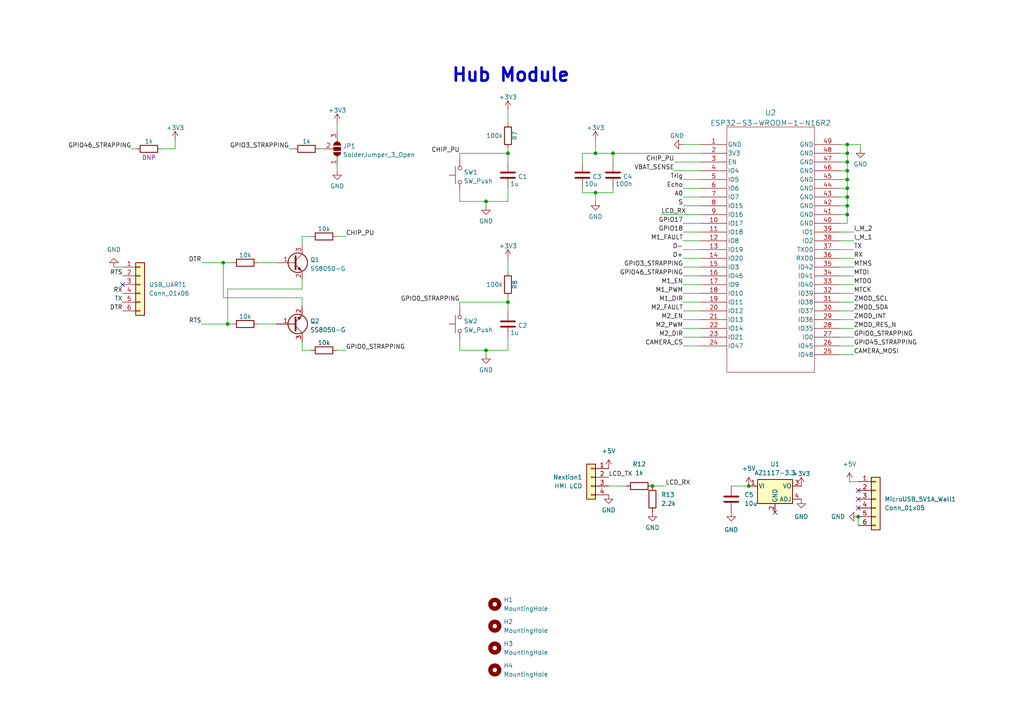
<source format=kicad_sch>
(kicad_sch (version 20230121) (generator eeschema)

  (uuid 668738a4-4fba-4c81-8219-00fa4ae32623)

  (paper "A4")

  (lib_symbols
    (symbol "Connector_Generic:Conn_01x04" (pin_names (offset 1.016) hide) (in_bom yes) (on_board yes)
      (property "Reference" "J" (at 0 5.08 0)
        (effects (font (size 1.27 1.27)))
      )
      (property "Value" "Conn_01x04" (at 0 -7.62 0)
        (effects (font (size 1.27 1.27)))
      )
      (property "Footprint" "" (at 0 0 0)
        (effects (font (size 1.27 1.27)) hide)
      )
      (property "Datasheet" "~" (at 0 0 0)
        (effects (font (size 1.27 1.27)) hide)
      )
      (property "ki_keywords" "connector" (at 0 0 0)
        (effects (font (size 1.27 1.27)) hide)
      )
      (property "ki_description" "Generic connector, single row, 01x04, script generated (kicad-library-utils/schlib/autogen/connector/)" (at 0 0 0)
        (effects (font (size 1.27 1.27)) hide)
      )
      (property "ki_fp_filters" "Connector*:*_1x??_*" (at 0 0 0)
        (effects (font (size 1.27 1.27)) hide)
      )
      (symbol "Conn_01x04_1_1"
        (rectangle (start -1.27 -4.953) (end 0 -5.207)
          (stroke (width 0.1524) (type default))
          (fill (type none))
        )
        (rectangle (start -1.27 -2.413) (end 0 -2.667)
          (stroke (width 0.1524) (type default))
          (fill (type none))
        )
        (rectangle (start -1.27 0.127) (end 0 -0.127)
          (stroke (width 0.1524) (type default))
          (fill (type none))
        )
        (rectangle (start -1.27 2.667) (end 0 2.413)
          (stroke (width 0.1524) (type default))
          (fill (type none))
        )
        (rectangle (start -1.27 3.81) (end 1.27 -6.35)
          (stroke (width 0.254) (type default))
          (fill (type background))
        )
        (pin passive line (at -5.08 2.54 0) (length 3.81)
          (name "Pin_1" (effects (font (size 1.27 1.27))))
          (number "1" (effects (font (size 1.27 1.27))))
        )
        (pin passive line (at -5.08 0 0) (length 3.81)
          (name "Pin_2" (effects (font (size 1.27 1.27))))
          (number "2" (effects (font (size 1.27 1.27))))
        )
        (pin passive line (at -5.08 -2.54 0) (length 3.81)
          (name "Pin_3" (effects (font (size 1.27 1.27))))
          (number "3" (effects (font (size 1.27 1.27))))
        )
        (pin passive line (at -5.08 -5.08 0) (length 3.81)
          (name "Pin_4" (effects (font (size 1.27 1.27))))
          (number "4" (effects (font (size 1.27 1.27))))
        )
      )
    )
    (symbol "Connector_Generic:Conn_01x06" (pin_names (offset 1.016) hide) (in_bom yes) (on_board yes)
      (property "Reference" "J" (at 0 7.62 0)
        (effects (font (size 1.27 1.27)))
      )
      (property "Value" "Conn_01x06" (at 0 -10.16 0)
        (effects (font (size 1.27 1.27)))
      )
      (property "Footprint" "" (at 0 0 0)
        (effects (font (size 1.27 1.27)) hide)
      )
      (property "Datasheet" "~" (at 0 0 0)
        (effects (font (size 1.27 1.27)) hide)
      )
      (property "ki_keywords" "connector" (at 0 0 0)
        (effects (font (size 1.27 1.27)) hide)
      )
      (property "ki_description" "Generic connector, single row, 01x06, script generated (kicad-library-utils/schlib/autogen/connector/)" (at 0 0 0)
        (effects (font (size 1.27 1.27)) hide)
      )
      (property "ki_fp_filters" "Connector*:*_1x??_*" (at 0 0 0)
        (effects (font (size 1.27 1.27)) hide)
      )
      (symbol "Conn_01x06_1_1"
        (rectangle (start -1.27 -7.493) (end 0 -7.747)
          (stroke (width 0.1524) (type default))
          (fill (type none))
        )
        (rectangle (start -1.27 -4.953) (end 0 -5.207)
          (stroke (width 0.1524) (type default))
          (fill (type none))
        )
        (rectangle (start -1.27 -2.413) (end 0 -2.667)
          (stroke (width 0.1524) (type default))
          (fill (type none))
        )
        (rectangle (start -1.27 0.127) (end 0 -0.127)
          (stroke (width 0.1524) (type default))
          (fill (type none))
        )
        (rectangle (start -1.27 2.667) (end 0 2.413)
          (stroke (width 0.1524) (type default))
          (fill (type none))
        )
        (rectangle (start -1.27 5.207) (end 0 4.953)
          (stroke (width 0.1524) (type default))
          (fill (type none))
        )
        (rectangle (start -1.27 6.35) (end 1.27 -8.89)
          (stroke (width 0.254) (type default))
          (fill (type background))
        )
        (pin passive line (at -5.08 5.08 0) (length 3.81)
          (name "Pin_1" (effects (font (size 1.27 1.27))))
          (number "1" (effects (font (size 1.27 1.27))))
        )
        (pin passive line (at -5.08 2.54 0) (length 3.81)
          (name "Pin_2" (effects (font (size 1.27 1.27))))
          (number "2" (effects (font (size 1.27 1.27))))
        )
        (pin passive line (at -5.08 0 0) (length 3.81)
          (name "Pin_3" (effects (font (size 1.27 1.27))))
          (number "3" (effects (font (size 1.27 1.27))))
        )
        (pin passive line (at -5.08 -2.54 0) (length 3.81)
          (name "Pin_4" (effects (font (size 1.27 1.27))))
          (number "4" (effects (font (size 1.27 1.27))))
        )
        (pin passive line (at -5.08 -5.08 0) (length 3.81)
          (name "Pin_5" (effects (font (size 1.27 1.27))))
          (number "5" (effects (font (size 1.27 1.27))))
        )
        (pin passive line (at -5.08 -7.62 0) (length 3.81)
          (name "Pin_6" (effects (font (size 1.27 1.27))))
          (number "6" (effects (font (size 1.27 1.27))))
        )
      )
    )
    (symbol "Device:C" (pin_numbers hide) (pin_names (offset 0.254)) (in_bom yes) (on_board yes)
      (property "Reference" "C" (at 0.635 2.54 0)
        (effects (font (size 1.27 1.27)) (justify left))
      )
      (property "Value" "C" (at 0.635 -2.54 0)
        (effects (font (size 1.27 1.27)) (justify left))
      )
      (property "Footprint" "" (at 0.9652 -3.81 0)
        (effects (font (size 1.27 1.27)) hide)
      )
      (property "Datasheet" "~" (at 0 0 0)
        (effects (font (size 1.27 1.27)) hide)
      )
      (property "ki_keywords" "cap capacitor" (at 0 0 0)
        (effects (font (size 1.27 1.27)) hide)
      )
      (property "ki_description" "Unpolarized capacitor" (at 0 0 0)
        (effects (font (size 1.27 1.27)) hide)
      )
      (property "ki_fp_filters" "C_*" (at 0 0 0)
        (effects (font (size 1.27 1.27)) hide)
      )
      (symbol "C_0_1"
        (polyline
          (pts
            (xy -2.032 -0.762)
            (xy 2.032 -0.762)
          )
          (stroke (width 0.508) (type default))
          (fill (type none))
        )
        (polyline
          (pts
            (xy -2.032 0.762)
            (xy 2.032 0.762)
          )
          (stroke (width 0.508) (type default))
          (fill (type none))
        )
      )
      (symbol "C_1_1"
        (pin passive line (at 0 3.81 270) (length 2.794)
          (name "~" (effects (font (size 1.27 1.27))))
          (number "1" (effects (font (size 1.27 1.27))))
        )
        (pin passive line (at 0 -3.81 90) (length 2.794)
          (name "~" (effects (font (size 1.27 1.27))))
          (number "2" (effects (font (size 1.27 1.27))))
        )
      )
    )
    (symbol "Device:Q_NPN_BEC" (pin_names (offset 0) hide) (in_bom yes) (on_board yes)
      (property "Reference" "Q" (at 5.08 1.27 0)
        (effects (font (size 1.27 1.27)) (justify left))
      )
      (property "Value" "Q_NPN_BEC" (at 5.08 -1.27 0)
        (effects (font (size 1.27 1.27)) (justify left))
      )
      (property "Footprint" "" (at 5.08 2.54 0)
        (effects (font (size 1.27 1.27)) hide)
      )
      (property "Datasheet" "~" (at 0 0 0)
        (effects (font (size 1.27 1.27)) hide)
      )
      (property "ki_keywords" "transistor NPN" (at 0 0 0)
        (effects (font (size 1.27 1.27)) hide)
      )
      (property "ki_description" "NPN transistor, base/emitter/collector" (at 0 0 0)
        (effects (font (size 1.27 1.27)) hide)
      )
      (symbol "Q_NPN_BEC_0_1"
        (polyline
          (pts
            (xy 0.635 0.635)
            (xy 2.54 2.54)
          )
          (stroke (width 0) (type default))
          (fill (type none))
        )
        (polyline
          (pts
            (xy 0.635 -0.635)
            (xy 2.54 -2.54)
            (xy 2.54 -2.54)
          )
          (stroke (width 0) (type default))
          (fill (type none))
        )
        (polyline
          (pts
            (xy 0.635 1.905)
            (xy 0.635 -1.905)
            (xy 0.635 -1.905)
          )
          (stroke (width 0.508) (type default))
          (fill (type none))
        )
        (polyline
          (pts
            (xy 1.27 -1.778)
            (xy 1.778 -1.27)
            (xy 2.286 -2.286)
            (xy 1.27 -1.778)
            (xy 1.27 -1.778)
          )
          (stroke (width 0) (type default))
          (fill (type outline))
        )
        (circle (center 1.27 0) (radius 2.8194)
          (stroke (width 0.254) (type default))
          (fill (type none))
        )
      )
      (symbol "Q_NPN_BEC_1_1"
        (pin input line (at -5.08 0 0) (length 5.715)
          (name "B" (effects (font (size 1.27 1.27))))
          (number "1" (effects (font (size 1.27 1.27))))
        )
        (pin passive line (at 2.54 -5.08 90) (length 2.54)
          (name "E" (effects (font (size 1.27 1.27))))
          (number "2" (effects (font (size 1.27 1.27))))
        )
        (pin passive line (at 2.54 5.08 270) (length 2.54)
          (name "C" (effects (font (size 1.27 1.27))))
          (number "3" (effects (font (size 1.27 1.27))))
        )
      )
    )
    (symbol "Device:R" (pin_numbers hide) (pin_names (offset 0)) (in_bom yes) (on_board yes)
      (property "Reference" "R" (at 2.032 0 90)
        (effects (font (size 1.27 1.27)))
      )
      (property "Value" "R" (at 0 0 90)
        (effects (font (size 1.27 1.27)))
      )
      (property "Footprint" "" (at -1.778 0 90)
        (effects (font (size 1.27 1.27)) hide)
      )
      (property "Datasheet" "~" (at 0 0 0)
        (effects (font (size 1.27 1.27)) hide)
      )
      (property "ki_keywords" "R res resistor" (at 0 0 0)
        (effects (font (size 1.27 1.27)) hide)
      )
      (property "ki_description" "Resistor" (at 0 0 0)
        (effects (font (size 1.27 1.27)) hide)
      )
      (property "ki_fp_filters" "R_*" (at 0 0 0)
        (effects (font (size 1.27 1.27)) hide)
      )
      (symbol "R_0_1"
        (rectangle (start -1.016 -2.54) (end 1.016 2.54)
          (stroke (width 0.254) (type default))
          (fill (type none))
        )
      )
      (symbol "R_1_1"
        (pin passive line (at 0 3.81 270) (length 1.27)
          (name "~" (effects (font (size 1.27 1.27))))
          (number "1" (effects (font (size 1.27 1.27))))
        )
        (pin passive line (at 0 -3.81 90) (length 1.27)
          (name "~" (effects (font (size 1.27 1.27))))
          (number "2" (effects (font (size 1.27 1.27))))
        )
      )
    )
    (symbol "GND_1" (power) (pin_names (offset 0)) (in_bom yes) (on_board yes)
      (property "Reference" "#PWR" (at 0 -6.35 0)
        (effects (font (size 1.27 1.27)) hide)
      )
      (property "Value" "GND_1" (at 0 -3.81 0)
        (effects (font (size 1.27 1.27)))
      )
      (property "Footprint" "" (at 0 0 0)
        (effects (font (size 1.27 1.27)) hide)
      )
      (property "Datasheet" "" (at 0 0 0)
        (effects (font (size 1.27 1.27)) hide)
      )
      (property "ki_keywords" "global power" (at 0 0 0)
        (effects (font (size 1.27 1.27)) hide)
      )
      (property "ki_description" "Power symbol creates a global label with name \"GND\" , ground" (at 0 0 0)
        (effects (font (size 1.27 1.27)) hide)
      )
      (symbol "GND_1_0_1"
        (polyline
          (pts
            (xy 0 0)
            (xy 0 -1.27)
            (xy 1.27 -1.27)
            (xy 0 -2.54)
            (xy -1.27 -1.27)
            (xy 0 -1.27)
          )
          (stroke (width 0) (type default))
          (fill (type none))
        )
      )
      (symbol "GND_1_1_1"
        (pin power_in line (at 0 0 270) (length 0) hide
          (name "GND" (effects (font (size 1.27 1.27))))
          (number "1" (effects (font (size 1.27 1.27))))
        )
      )
    )
    (symbol "GND_2" (power) (pin_names (offset 0)) (in_bom yes) (on_board yes)
      (property "Reference" "#PWR" (at 0 -6.35 0)
        (effects (font (size 1.27 1.27)) hide)
      )
      (property "Value" "GND_2" (at 0 -3.81 0)
        (effects (font (size 1.27 1.27)))
      )
      (property "Footprint" "" (at 0 0 0)
        (effects (font (size 1.27 1.27)) hide)
      )
      (property "Datasheet" "" (at 0 0 0)
        (effects (font (size 1.27 1.27)) hide)
      )
      (property "ki_keywords" "global power" (at 0 0 0)
        (effects (font (size 1.27 1.27)) hide)
      )
      (property "ki_description" "Power symbol creates a global label with name \"GND\" , ground" (at 0 0 0)
        (effects (font (size 1.27 1.27)) hide)
      )
      (symbol "GND_2_0_1"
        (polyline
          (pts
            (xy 0 0)
            (xy 0 -1.27)
            (xy 1.27 -1.27)
            (xy 0 -2.54)
            (xy -1.27 -1.27)
            (xy 0 -1.27)
          )
          (stroke (width 0) (type default))
          (fill (type none))
        )
      )
      (symbol "GND_2_1_1"
        (pin power_in line (at 0 0 270) (length 0) hide
          (name "GND" (effects (font (size 1.27 1.27))))
          (number "1" (effects (font (size 1.27 1.27))))
        )
      )
    )
    (symbol "Jumper:SolderJumper_3_Open" (pin_names (offset 0) hide) (in_bom yes) (on_board yes)
      (property "Reference" "JP" (at -2.54 -2.54 0)
        (effects (font (size 1.27 1.27)))
      )
      (property "Value" "SolderJumper_3_Open" (at 0 2.794 0)
        (effects (font (size 1.27 1.27)))
      )
      (property "Footprint" "" (at 0 0 0)
        (effects (font (size 1.27 1.27)) hide)
      )
      (property "Datasheet" "~" (at 0 0 0)
        (effects (font (size 1.27 1.27)) hide)
      )
      (property "ki_keywords" "Solder Jumper SPDT" (at 0 0 0)
        (effects (font (size 1.27 1.27)) hide)
      )
      (property "ki_description" "Solder Jumper, 3-pole, open" (at 0 0 0)
        (effects (font (size 1.27 1.27)) hide)
      )
      (property "ki_fp_filters" "SolderJumper*Open*" (at 0 0 0)
        (effects (font (size 1.27 1.27)) hide)
      )
      (symbol "SolderJumper_3_Open_0_1"
        (arc (start -1.016 1.016) (mid -2.0276 0) (end -1.016 -1.016)
          (stroke (width 0) (type default))
          (fill (type none))
        )
        (arc (start -1.016 1.016) (mid -2.0276 0) (end -1.016 -1.016)
          (stroke (width 0) (type default))
          (fill (type outline))
        )
        (rectangle (start -0.508 1.016) (end 0.508 -1.016)
          (stroke (width 0) (type default))
          (fill (type outline))
        )
        (polyline
          (pts
            (xy -2.54 0)
            (xy -2.032 0)
          )
          (stroke (width 0) (type default))
          (fill (type none))
        )
        (polyline
          (pts
            (xy -1.016 1.016)
            (xy -1.016 -1.016)
          )
          (stroke (width 0) (type default))
          (fill (type none))
        )
        (polyline
          (pts
            (xy 0 -1.27)
            (xy 0 -1.016)
          )
          (stroke (width 0) (type default))
          (fill (type none))
        )
        (polyline
          (pts
            (xy 1.016 1.016)
            (xy 1.016 -1.016)
          )
          (stroke (width 0) (type default))
          (fill (type none))
        )
        (polyline
          (pts
            (xy 2.54 0)
            (xy 2.032 0)
          )
          (stroke (width 0) (type default))
          (fill (type none))
        )
        (arc (start 1.016 -1.016) (mid 2.0276 0) (end 1.016 1.016)
          (stroke (width 0) (type default))
          (fill (type none))
        )
        (arc (start 1.016 -1.016) (mid 2.0276 0) (end 1.016 1.016)
          (stroke (width 0) (type default))
          (fill (type outline))
        )
      )
      (symbol "SolderJumper_3_Open_1_1"
        (pin passive line (at -5.08 0 0) (length 2.54)
          (name "A" (effects (font (size 1.27 1.27))))
          (number "1" (effects (font (size 1.27 1.27))))
        )
        (pin passive line (at 0 -3.81 90) (length 2.54)
          (name "C" (effects (font (size 1.27 1.27))))
          (number "2" (effects (font (size 1.27 1.27))))
        )
        (pin passive line (at 5.08 0 180) (length 2.54)
          (name "B" (effects (font (size 1.27 1.27))))
          (number "3" (effects (font (size 1.27 1.27))))
        )
      )
    )
    (symbol "Mechanical:MountingHole" (pin_names (offset 1.016)) (in_bom yes) (on_board yes)
      (property "Reference" "H" (at 0 5.08 0)
        (effects (font (size 1.27 1.27)))
      )
      (property "Value" "MountingHole" (at 0 3.175 0)
        (effects (font (size 1.27 1.27)))
      )
      (property "Footprint" "" (at 0 0 0)
        (effects (font (size 1.27 1.27)) hide)
      )
      (property "Datasheet" "~" (at 0 0 0)
        (effects (font (size 1.27 1.27)) hide)
      )
      (property "ki_keywords" "mounting hole" (at 0 0 0)
        (effects (font (size 1.27 1.27)) hide)
      )
      (property "ki_description" "Mounting Hole without connection" (at 0 0 0)
        (effects (font (size 1.27 1.27)) hide)
      )
      (property "ki_fp_filters" "MountingHole*" (at 0 0 0)
        (effects (font (size 1.27 1.27)) hide)
      )
      (symbol "MountingHole_0_1"
        (circle (center 0 0) (radius 1.27)
          (stroke (width 1.27) (type default))
          (fill (type none))
        )
      )
    )
    (symbol "Regulator_Linear:AZ1117-3.3" (pin_names (offset 0.254)) (in_bom yes) (on_board yes)
      (property "Reference" "U1" (at 0 6.35 0)
        (effects (font (size 1.27 1.27)))
      )
      (property "Value" "AZ1117-3.3" (at 0 3.81 0)
        (effects (font (size 1.27 1.27)))
      )
      (property "Footprint" "local_footprints:AZ1117C-SOT223" (at 0 6.35 0)
        (effects (font (size 1.27 1.27) italic) hide)
      )
      (property "Datasheet" "https://www.diodes.com/assets/Datasheets/AZ1117.pdf" (at 0 -2.54 0)
        (effects (font (size 1.27 1.27)) hide)
      )
      (property "ki_keywords" "Fixed Voltage Regulator 1A Positive LDO" (at 0 0 0)
        (effects (font (size 1.27 1.27)) hide)
      )
      (property "ki_description" "1A 20V Fixed LDO Linear Regulator, 3.3V, SOT-89/SOT-223/TO-220/TO-252/TO-263" (at 0 0 0)
        (effects (font (size 1.27 1.27)) hide)
      )
      (property "ki_fp_filters" "SOT?223* SOT?89* TO?220* TO?252* TO?263*" (at 0 0 0)
        (effects (font (size 1.27 1.27)) hide)
      )
      (symbol "AZ1117-3.3_0_1"
        (rectangle (start -5.08 1.905) (end 5.08 -5.08)
          (stroke (width 0.254) (type default))
          (fill (type background))
        )
      )
      (symbol "AZ1117-3.3_1_1"
        (pin power_in line (at -7.62 0 0) (length 2.54)
          (name "VI" (effects (font (size 1.27 1.27))))
          (number "1" (effects (font (size 1.27 1.27))))
        )
        (pin power_out line (at 0 -7.62 90) (length 2.54)
          (name "GND" (effects (font (size 1.27 1.27))))
          (number "2" (effects (font (size 1.27 1.27))))
        )
        (pin power_out line (at 7.62 0 180) (length 2.54)
          (name "VO" (effects (font (size 1.27 1.27))))
          (number "3" (effects (font (size 1.27 1.27))))
        )
        (pin power_out line (at 7.62 -3.81 180) (length 2.54)
          (name "ADJ" (effects (font (size 1.27 1.27))))
          (number "4" (effects (font (size 1.27 1.27))))
        )
      )
    )
    (symbol "Switch:SW_Push" (pin_numbers hide) (pin_names (offset 1.016) hide) (in_bom yes) (on_board yes)
      (property "Reference" "SW" (at 1.27 2.54 0)
        (effects (font (size 1.27 1.27)) (justify left))
      )
      (property "Value" "SW_Push" (at 0 -1.524 0)
        (effects (font (size 1.27 1.27)))
      )
      (property "Footprint" "" (at 0 5.08 0)
        (effects (font (size 1.27 1.27)) hide)
      )
      (property "Datasheet" "~" (at 0 5.08 0)
        (effects (font (size 1.27 1.27)) hide)
      )
      (property "ki_keywords" "switch normally-open pushbutton push-button" (at 0 0 0)
        (effects (font (size 1.27 1.27)) hide)
      )
      (property "ki_description" "Push button switch, generic, two pins" (at 0 0 0)
        (effects (font (size 1.27 1.27)) hide)
      )
      (symbol "SW_Push_0_1"
        (circle (center -2.032 0) (radius 0.508)
          (stroke (width 0) (type default))
          (fill (type none))
        )
        (polyline
          (pts
            (xy 0 1.27)
            (xy 0 3.048)
          )
          (stroke (width 0) (type default))
          (fill (type none))
        )
        (polyline
          (pts
            (xy 2.54 1.27)
            (xy -2.54 1.27)
          )
          (stroke (width 0) (type default))
          (fill (type none))
        )
        (circle (center 2.032 0) (radius 0.508)
          (stroke (width 0) (type default))
          (fill (type none))
        )
        (pin passive line (at -5.08 0 0) (length 2.54)
          (name "1" (effects (font (size 1.27 1.27))))
          (number "1" (effects (font (size 1.27 1.27))))
        )
        (pin passive line (at 5.08 0 180) (length 2.54)
          (name "2" (effects (font (size 1.27 1.27))))
          (number "2" (effects (font (size 1.27 1.27))))
        )
      )
    )
    (symbol "basic:C" (pin_numbers hide) (pin_names (offset 0.254)) (in_bom yes) (on_board yes)
      (property "Reference" "C" (at 0.635 2.54 0)
        (effects (font (size 1.27 1.27)) (justify left))
      )
      (property "Value" "C" (at 0.635 -2.54 0)
        (effects (font (size 1.27 1.27)) (justify left) hide)
      )
      (property "Footprint" "" (at 0.9652 -3.81 0)
        (effects (font (size 1.27 1.27)) hide)
      )
      (property "Datasheet" "~" (at 0 0 0)
        (effects (font (size 1.27 1.27)) hide)
      )
      (property "ki_keywords" "cap capacitor" (at 0 0 0)
        (effects (font (size 1.27 1.27)) hide)
      )
      (property "ki_description" "Unpolarized capacitor" (at 0 0 0)
        (effects (font (size 1.27 1.27)) hide)
      )
      (property "ki_fp_filters" "C_*" (at 0 0 0)
        (effects (font (size 1.27 1.27)) hide)
      )
      (symbol "C_0_1"
        (polyline
          (pts
            (xy -2.032 -0.762)
            (xy 2.032 -0.762)
          )
          (stroke (width 0.508) (type default))
          (fill (type none))
        )
        (polyline
          (pts
            (xy -2.032 0.762)
            (xy 2.032 0.762)
          )
          (stroke (width 0.508) (type default))
          (fill (type none))
        )
      )
      (symbol "C_1_1"
        (pin passive line (at 0 3.81 270) (length 2.794)
          (name "~" (effects (font (size 1.27 1.27))))
          (number "1" (effects (font (size 1.27 1.27))))
        )
        (pin passive line (at 0 -3.81 90) (length 2.794)
          (name "~" (effects (font (size 1.27 1.27))))
          (number "2" (effects (font (size 1.27 1.27))))
        )
      )
    )
    (symbol "basic:R" (pin_numbers hide) (pin_names (offset 0)) (in_bom yes) (on_board yes)
      (property "Reference" "R" (at 2.032 0 90)
        (effects (font (size 1.27 1.27)) hide)
      )
      (property "Value" "R" (at 0 0 90)
        (effects (font (size 1.27 1.27)))
      )
      (property "Footprint" "" (at -1.778 0 90)
        (effects (font (size 1.27 1.27)) hide)
      )
      (property "Datasheet" "~" (at 0 0 0)
        (effects (font (size 1.27 1.27)) hide)
      )
      (property "ki_keywords" "R res resistor" (at 0 0 0)
        (effects (font (size 1.27 1.27)) hide)
      )
      (property "ki_description" "Resistor" (at 0 0 0)
        (effects (font (size 1.27 1.27)) hide)
      )
      (property "ki_fp_filters" "R_*" (at 0 0 0)
        (effects (font (size 1.27 1.27)) hide)
      )
      (symbol "R_0_1"
        (rectangle (start -1.016 -2.54) (end 1.016 2.54)
          (stroke (width 0.254) (type default))
          (fill (type none))
        )
      )
      (symbol "R_1_1"
        (pin passive line (at 0 3.81 270) (length 1.27)
          (name "~" (effects (font (size 1.27 1.27))))
          (number "1" (effects (font (size 1.27 1.27))))
        )
        (pin passive line (at 0 -3.81 90) (length 1.27)
          (name "~" (effects (font (size 1.27 1.27))))
          (number "2" (effects (font (size 1.27 1.27))))
        )
      )
    )
    (symbol "local_symbols:ESP32-S3-WROOM-1-N16R2" (pin_names (offset 0.254)) (in_bom yes) (on_board yes)
      (property "Reference" "U" (at 20.32 10.16 0)
        (effects (font (size 1.524 1.524)))
      )
      (property "Value" "ESP32-S3-WROOM-1-N16R2" (at 20.32 7.62 0)
        (effects (font (size 1.524 1.524)))
      )
      (property "Footprint" "ESP32-S3-WROOM-1_EXP" (at 0 0 0)
        (effects (font (size 1.27 1.27) italic) hide)
      )
      (property "Datasheet" "ESP32-S3-WROOM-1-N16R2" (at 0 0 0)
        (effects (font (size 1.27 1.27) italic) hide)
      )
      (property "ki_locked" "" (at 0 0 0)
        (effects (font (size 1.27 1.27)))
      )
      (property "ki_keywords" "ESP32-S3-WROOM-1-N16R2" (at 0 0 0)
        (effects (font (size 1.27 1.27)) hide)
      )
      (property "ki_fp_filters" "ESP32-S3-WROOM-1_EXP" (at 0 0 0)
        (effects (font (size 1.27 1.27)) hide)
      )
      (symbol "ESP32-S3-WROOM-1-N16R2_0_1"
        (polyline
          (pts
            (xy 7.62 -66.04)
            (xy 33.02 -66.04)
          )
          (stroke (width 0.127) (type default))
          (fill (type none))
        )
        (polyline
          (pts
            (xy 7.62 5.08)
            (xy 7.62 -66.04)
          )
          (stroke (width 0.127) (type default))
          (fill (type none))
        )
        (polyline
          (pts
            (xy 33.02 -66.04)
            (xy 33.02 5.08)
          )
          (stroke (width 0.127) (type default))
          (fill (type none))
        )
        (polyline
          (pts
            (xy 33.02 5.08)
            (xy 7.62 5.08)
          )
          (stroke (width 0.127) (type default))
          (fill (type none))
        )
        (pin power_out line (at 0 0 0) (length 7.62)
          (name "GND" (effects (font (size 1.27 1.27))))
          (number "1" (effects (font (size 1.27 1.27))))
        )
        (pin bidirectional line (at 0 -22.86 0) (length 7.62)
          (name "IO17" (effects (font (size 1.27 1.27))))
          (number "10" (effects (font (size 1.27 1.27))))
        )
        (pin bidirectional line (at 0 -25.4 0) (length 7.62)
          (name "IO18" (effects (font (size 1.27 1.27))))
          (number "11" (effects (font (size 1.27 1.27))))
        )
        (pin bidirectional line (at 0 -27.94 0) (length 7.62)
          (name "IO8" (effects (font (size 1.27 1.27))))
          (number "12" (effects (font (size 1.27 1.27))))
        )
        (pin bidirectional line (at 0 -30.48 0) (length 7.62)
          (name "IO19" (effects (font (size 1.27 1.27))))
          (number "13" (effects (font (size 1.27 1.27))))
        )
        (pin bidirectional line (at 0 -33.02 0) (length 7.62)
          (name "IO20" (effects (font (size 1.27 1.27))))
          (number "14" (effects (font (size 1.27 1.27))))
        )
        (pin bidirectional line (at 0 -35.56 0) (length 7.62)
          (name "IO3" (effects (font (size 1.27 1.27))))
          (number "15" (effects (font (size 1.27 1.27))))
        )
        (pin bidirectional line (at 0 -38.1 0) (length 7.62)
          (name "IO46" (effects (font (size 1.27 1.27))))
          (number "16" (effects (font (size 1.27 1.27))))
        )
        (pin bidirectional line (at 0 -40.64 0) (length 7.62)
          (name "IO9" (effects (font (size 1.27 1.27))))
          (number "17" (effects (font (size 1.27 1.27))))
        )
        (pin bidirectional line (at 0 -43.18 0) (length 7.62)
          (name "IO10" (effects (font (size 1.27 1.27))))
          (number "18" (effects (font (size 1.27 1.27))))
        )
        (pin bidirectional line (at 0 -45.72 0) (length 7.62)
          (name "IO11" (effects (font (size 1.27 1.27))))
          (number "19" (effects (font (size 1.27 1.27))))
        )
        (pin power_in line (at 0 -2.54 0) (length 7.62)
          (name "3V3" (effects (font (size 1.27 1.27))))
          (number "2" (effects (font (size 1.27 1.27))))
        )
        (pin bidirectional line (at 0 -48.26 0) (length 7.62)
          (name "IO12" (effects (font (size 1.27 1.27))))
          (number "20" (effects (font (size 1.27 1.27))))
        )
        (pin bidirectional line (at 0 -50.8 0) (length 7.62)
          (name "IO13" (effects (font (size 1.27 1.27))))
          (number "21" (effects (font (size 1.27 1.27))))
        )
        (pin bidirectional line (at 0 -53.34 0) (length 7.62)
          (name "IO14" (effects (font (size 1.27 1.27))))
          (number "22" (effects (font (size 1.27 1.27))))
        )
        (pin bidirectional line (at 0 -55.88 0) (length 7.62)
          (name "IO21" (effects (font (size 1.27 1.27))))
          (number "23" (effects (font (size 1.27 1.27))))
        )
        (pin bidirectional line (at 0 -58.42 0) (length 7.62)
          (name "IO47" (effects (font (size 1.27 1.27))))
          (number "24" (effects (font (size 1.27 1.27))))
        )
        (pin bidirectional line (at 40.64 -60.96 180) (length 7.62)
          (name "IO48" (effects (font (size 1.27 1.27))))
          (number "25" (effects (font (size 1.27 1.27))))
        )
        (pin bidirectional line (at 40.64 -58.42 180) (length 7.62)
          (name "IO45" (effects (font (size 1.27 1.27))))
          (number "26" (effects (font (size 1.27 1.27))))
        )
        (pin bidirectional line (at 40.64 -55.88 180) (length 7.62)
          (name "IO0" (effects (font (size 1.27 1.27))))
          (number "27" (effects (font (size 1.27 1.27))))
        )
        (pin bidirectional line (at 40.64 -53.34 180) (length 7.62)
          (name "IO35" (effects (font (size 1.27 1.27))))
          (number "28" (effects (font (size 1.27 1.27))))
        )
        (pin bidirectional line (at 40.64 -50.8 180) (length 7.62)
          (name "IO36" (effects (font (size 1.27 1.27))))
          (number "29" (effects (font (size 1.27 1.27))))
        )
        (pin input line (at 0 -5.08 0) (length 7.62)
          (name "EN" (effects (font (size 1.27 1.27))))
          (number "3" (effects (font (size 1.27 1.27))))
        )
        (pin bidirectional line (at 40.64 -48.26 180) (length 7.62)
          (name "IO37" (effects (font (size 1.27 1.27))))
          (number "30" (effects (font (size 1.27 1.27))))
        )
        (pin bidirectional line (at 40.64 -45.72 180) (length 7.62)
          (name "IO38" (effects (font (size 1.27 1.27))))
          (number "31" (effects (font (size 1.27 1.27))))
        )
        (pin bidirectional line (at 40.64 -43.18 180) (length 7.62)
          (name "IO39" (effects (font (size 1.27 1.27))))
          (number "32" (effects (font (size 1.27 1.27))))
        )
        (pin bidirectional line (at 40.64 -40.64 180) (length 7.62)
          (name "IO40" (effects (font (size 1.27 1.27))))
          (number "33" (effects (font (size 1.27 1.27))))
        )
        (pin bidirectional line (at 40.64 -38.1 180) (length 7.62)
          (name "IO41" (effects (font (size 1.27 1.27))))
          (number "34" (effects (font (size 1.27 1.27))))
        )
        (pin bidirectional line (at 40.64 -35.56 180) (length 7.62)
          (name "IO42" (effects (font (size 1.27 1.27))))
          (number "35" (effects (font (size 1.27 1.27))))
        )
        (pin bidirectional line (at 40.64 -33.02 180) (length 7.62)
          (name "RXD0" (effects (font (size 1.27 1.27))))
          (number "36" (effects (font (size 1.27 1.27))))
        )
        (pin bidirectional line (at 40.64 -30.48 180) (length 7.62)
          (name "TXD0" (effects (font (size 1.27 1.27))))
          (number "37" (effects (font (size 1.27 1.27))))
        )
        (pin bidirectional line (at 40.64 -27.94 180) (length 7.62)
          (name "IO2" (effects (font (size 1.27 1.27))))
          (number "38" (effects (font (size 1.27 1.27))))
        )
        (pin bidirectional line (at 40.64 -25.4 180) (length 7.62)
          (name "IO1" (effects (font (size 1.27 1.27))))
          (number "39" (effects (font (size 1.27 1.27))))
        )
        (pin bidirectional line (at 0 -7.62 0) (length 7.62)
          (name "IO4" (effects (font (size 1.27 1.27))))
          (number "4" (effects (font (size 1.27 1.27))))
        )
        (pin power_out line (at 40.64 -22.86 180) (length 7.62)
          (name "GND" (effects (font (size 1.27 1.27))))
          (number "40" (effects (font (size 1.27 1.27))))
        )
        (pin power_out line (at 40.64 -20.32 180) (length 7.62)
          (name "GND" (effects (font (size 1.27 1.27))))
          (number "41" (effects (font (size 1.27 1.27))))
        )
        (pin power_out line (at 40.64 -17.78 180) (length 7.62)
          (name "GND" (effects (font (size 1.27 1.27))))
          (number "42" (effects (font (size 1.27 1.27))))
        )
        (pin power_out line (at 40.64 -15.24 180) (length 7.62)
          (name "GND" (effects (font (size 1.27 1.27))))
          (number "43" (effects (font (size 1.27 1.27))))
        )
        (pin power_out line (at 40.64 -12.7 180) (length 7.62)
          (name "GND" (effects (font (size 1.27 1.27))))
          (number "44" (effects (font (size 1.27 1.27))))
        )
        (pin power_out line (at 40.64 -10.16 180) (length 7.62)
          (name "GND" (effects (font (size 1.27 1.27))))
          (number "45" (effects (font (size 1.27 1.27))))
        )
        (pin power_out line (at 40.64 -7.62 180) (length 7.62)
          (name "GND" (effects (font (size 1.27 1.27))))
          (number "46" (effects (font (size 1.27 1.27))))
        )
        (pin power_out line (at 40.64 -5.08 180) (length 7.62)
          (name "GND" (effects (font (size 1.27 1.27))))
          (number "47" (effects (font (size 1.27 1.27))))
        )
        (pin power_out line (at 40.64 -2.54 180) (length 7.62)
          (name "GND" (effects (font (size 1.27 1.27))))
          (number "48" (effects (font (size 1.27 1.27))))
        )
        (pin power_out line (at 40.64 0 180) (length 7.62)
          (name "GND" (effects (font (size 1.27 1.27))))
          (number "49" (effects (font (size 1.27 1.27))))
        )
        (pin bidirectional line (at 0 -10.16 0) (length 7.62)
          (name "IO5" (effects (font (size 1.27 1.27))))
          (number "5" (effects (font (size 1.27 1.27))))
        )
        (pin bidirectional line (at 0 -12.7 0) (length 7.62)
          (name "IO6" (effects (font (size 1.27 1.27))))
          (number "6" (effects (font (size 1.27 1.27))))
        )
        (pin bidirectional line (at 0 -15.24 0) (length 7.62)
          (name "IO7" (effects (font (size 1.27 1.27))))
          (number "7" (effects (font (size 1.27 1.27))))
        )
        (pin bidirectional line (at 0 -17.78 0) (length 7.62)
          (name "IO15" (effects (font (size 1.27 1.27))))
          (number "8" (effects (font (size 1.27 1.27))))
        )
        (pin bidirectional line (at 0 -20.32 0) (length 7.62)
          (name "IO16" (effects (font (size 1.27 1.27))))
          (number "9" (effects (font (size 1.27 1.27))))
        )
      )
    )
    (symbol "power:+3V3" (power) (pin_names (offset 0)) (in_bom yes) (on_board yes)
      (property "Reference" "#PWR" (at 0 -3.81 0)
        (effects (font (size 1.27 1.27)) hide)
      )
      (property "Value" "+3V3" (at 0 3.556 0)
        (effects (font (size 1.27 1.27)))
      )
      (property "Footprint" "" (at 0 0 0)
        (effects (font (size 1.27 1.27)) hide)
      )
      (property "Datasheet" "" (at 0 0 0)
        (effects (font (size 1.27 1.27)) hide)
      )
      (property "ki_keywords" "power-flag" (at 0 0 0)
        (effects (font (size 1.27 1.27)) hide)
      )
      (property "ki_description" "Power symbol creates a global label with name \"+3V3\"" (at 0 0 0)
        (effects (font (size 1.27 1.27)) hide)
      )
      (symbol "+3V3_0_1"
        (polyline
          (pts
            (xy -0.762 1.27)
            (xy 0 2.54)
          )
          (stroke (width 0) (type default))
          (fill (type none))
        )
        (polyline
          (pts
            (xy 0 0)
            (xy 0 2.54)
          )
          (stroke (width 0) (type default))
          (fill (type none))
        )
        (polyline
          (pts
            (xy 0 2.54)
            (xy 0.762 1.27)
          )
          (stroke (width 0) (type default))
          (fill (type none))
        )
      )
      (symbol "+3V3_1_1"
        (pin power_in line (at 0 0 90) (length 0) hide
          (name "+3V3" (effects (font (size 1.27 1.27))))
          (number "1" (effects (font (size 1.27 1.27))))
        )
      )
    )
    (symbol "power:+5V" (power) (pin_names (offset 0)) (in_bom yes) (on_board yes)
      (property "Reference" "#PWR" (at 0 -3.81 0)
        (effects (font (size 1.27 1.27)) hide)
      )
      (property "Value" "+5V" (at 0 3.556 0)
        (effects (font (size 1.27 1.27)))
      )
      (property "Footprint" "" (at 0 0 0)
        (effects (font (size 1.27 1.27)) hide)
      )
      (property "Datasheet" "" (at 0 0 0)
        (effects (font (size 1.27 1.27)) hide)
      )
      (property "ki_keywords" "global power" (at 0 0 0)
        (effects (font (size 1.27 1.27)) hide)
      )
      (property "ki_description" "Power symbol creates a global label with name \"+5V\"" (at 0 0 0)
        (effects (font (size 1.27 1.27)) hide)
      )
      (symbol "+5V_0_1"
        (polyline
          (pts
            (xy -0.762 1.27)
            (xy 0 2.54)
          )
          (stroke (width 0) (type default))
          (fill (type none))
        )
        (polyline
          (pts
            (xy 0 0)
            (xy 0 2.54)
          )
          (stroke (width 0) (type default))
          (fill (type none))
        )
        (polyline
          (pts
            (xy 0 2.54)
            (xy 0.762 1.27)
          )
          (stroke (width 0) (type default))
          (fill (type none))
        )
      )
      (symbol "+5V_1_1"
        (pin power_in line (at 0 0 90) (length 0) hide
          (name "+5V" (effects (font (size 1.27 1.27))))
          (number "1" (effects (font (size 1.27 1.27))))
        )
      )
    )
    (symbol "power:GND" (power) (pin_names (offset 0)) (in_bom yes) (on_board yes)
      (property "Reference" "#PWR" (at 0 -6.35 0)
        (effects (font (size 1.27 1.27)) hide)
      )
      (property "Value" "GND" (at 0 -3.81 0)
        (effects (font (size 1.27 1.27)))
      )
      (property "Footprint" "" (at 0 0 0)
        (effects (font (size 1.27 1.27)) hide)
      )
      (property "Datasheet" "" (at 0 0 0)
        (effects (font (size 1.27 1.27)) hide)
      )
      (property "ki_keywords" "power-flag" (at 0 0 0)
        (effects (font (size 1.27 1.27)) hide)
      )
      (property "ki_description" "Power symbol creates a global label with name \"GND\" , ground" (at 0 0 0)
        (effects (font (size 1.27 1.27)) hide)
      )
      (symbol "GND_0_1"
        (polyline
          (pts
            (xy 0 0)
            (xy 0 -1.27)
            (xy 1.27 -1.27)
            (xy 0 -2.54)
            (xy -1.27 -1.27)
            (xy 0 -1.27)
          )
          (stroke (width 0) (type default))
          (fill (type none))
        )
      )
      (symbol "GND_1_1"
        (pin power_in line (at 0 0 270) (length 0) hide
          (name "GND" (effects (font (size 1.27 1.27))))
          (number "1" (effects (font (size 1.27 1.27))))
        )
      )
    )
  )

  (junction (at 245.745 62.23) (diameter 0) (color 0 0 0 0)
    (uuid 08c12525-63a6-4f19-a47e-0fd4c9e53193)
  )
  (junction (at 245.745 59.69) (diameter 0) (color 0 0 0 0)
    (uuid 0b2b23cf-2d7d-4083-8526-b44d1be72dcb)
  )
  (junction (at 217.17 140.97) (diameter 0) (color 0 0 0 0)
    (uuid 0d5fc376-c2c6-4b73-b598-e5fcb631acf1)
  )
  (junction (at 245.745 57.15) (diameter 0) (color 0 0 0 0)
    (uuid 246f6629-1be3-440e-996b-bd32ee523b23)
  )
  (junction (at 189.23 140.97) (diameter 0) (color 0 0 0 0)
    (uuid 299704a7-3b70-4198-bb4e-32f6f4be1368)
  )
  (junction (at 245.745 49.53) (diameter 0) (color 0 0 0 0)
    (uuid 59fad53d-6e34-4332-b23b-9a1ac35071c2)
  )
  (junction (at 140.97 58.42) (diameter 0) (color 0 0 0 0)
    (uuid 5cc0b6e9-ac89-478b-a5bf-fc91890acf78)
  )
  (junction (at 172.72 55.88) (diameter 0) (color 0 0 0 0)
    (uuid 5eea7444-b4fb-48cf-8873-332c40d1d590)
  )
  (junction (at 245.745 44.45) (diameter 0) (color 0 0 0 0)
    (uuid 64a79c12-c640-4425-b944-63b8a0b2f89c)
  )
  (junction (at 172.72 44.45) (diameter 0) (color 0 0 0 0)
    (uuid 6604d418-40bb-4955-9f4d-fcc457465454)
  )
  (junction (at 245.745 46.99) (diameter 0) (color 0 0 0 0)
    (uuid 6b1875ad-fc48-4fcc-84ce-e79db9453da8)
  )
  (junction (at 245.745 52.07) (diameter 0) (color 0 0 0 0)
    (uuid 6b20b375-3f56-4652-bf4a-a4391a5db5f5)
  )
  (junction (at 147.32 44.45) (diameter 0) (color 0 0 0 0)
    (uuid 807860c8-9d65-4727-a5ef-853bcdb38a60)
  )
  (junction (at 66.04 93.98) (diameter 0) (color 0 0 0 0)
    (uuid 8b2efd76-d61c-40d5-9901-220db593768e)
  )
  (junction (at 245.745 54.61) (diameter 0) (color 0 0 0 0)
    (uuid 96c5bfe6-ff14-489a-bbf3-0053206012f8)
  )
  (junction (at 147.32 87.63) (diameter 0) (color 0 0 0 0)
    (uuid aaa91c53-70b9-4751-a17c-da75112adfb0)
  )
  (junction (at 248.92 149.86) (diameter 0) (color 0 0 0 0)
    (uuid b54138eb-fd4f-4d81-a330-516c5dd85ef0)
  )
  (junction (at 140.97 101.6) (diameter 0) (color 0 0 0 0)
    (uuid bf4756d7-4c91-4bf3-a728-a999e07bcda0)
  )
  (junction (at 177.8 44.45) (diameter 0) (color 0 0 0 0)
    (uuid cb6b651e-a04a-42bb-b281-32888a5f2d31)
  )
  (junction (at 64.77 76.2) (diameter 0) (color 0 0 0 0)
    (uuid e1d613f2-ccfc-4429-8680-6c60e4c53ec1)
  )
  (junction (at 245.745 41.91) (diameter 0) (color 0 0 0 0)
    (uuid e5971096-3266-45e3-bdff-4c789e2f7f69)
  )

  (no_connect (at 248.92 147.32) (uuid 46df53f4-5a46-4385-9c31-0d4914892fe1))
  (no_connect (at 248.92 142.24) (uuid a0eefe60-a5b0-475d-9ad1-3c939cbfa90d))
  (no_connect (at 35.56 82.55) (uuid a3b863d7-c8c2-4ba2-88e5-7892f644df37))
  (no_connect (at 224.79 148.59) (uuid ae417b2d-ee40-4331-a119-2fdc2b879e06))
  (no_connect (at 248.92 144.78) (uuid ebb100d8-7a23-488f-90a8-f5b7036cf1c8))

  (wire (pts (xy 177.8 54.61) (xy 177.8 55.88))
    (stroke (width 0) (type default))
    (uuid 052eacb0-d5ce-4466-bb95-8c83ebbc37ce)
  )
  (wire (pts (xy 87.63 68.58) (xy 87.63 71.12))
    (stroke (width 0) (type default))
    (uuid 05d03e40-0556-4af9-b6f2-ddca4689b1c8)
  )
  (wire (pts (xy 245.745 54.61) (xy 245.745 52.07))
    (stroke (width 0) (type default))
    (uuid 09f88671-7565-46cc-b04b-172c61d5e976)
  )
  (wire (pts (xy 133.35 58.42) (xy 140.97 58.42))
    (stroke (width 0) (type default))
    (uuid 0a2e0753-2541-43b0-ac7f-bacaa403632a)
  )
  (wire (pts (xy 97.79 101.6) (xy 100.33 101.6))
    (stroke (width 0) (type default))
    (uuid 0da3f7d0-5da3-4b43-a6cc-809e7f96ac36)
  )
  (wire (pts (xy 97.79 35.56) (xy 97.79 38.1))
    (stroke (width 0) (type default))
    (uuid 0e6bf548-a33f-4a52-892d-3b521ecb06f8)
  )
  (wire (pts (xy 87.63 81.28) (xy 87.63 83.82))
    (stroke (width 0) (type default))
    (uuid 11ebb24e-40c1-4272-b963-a58f0ac36da3)
  )
  (wire (pts (xy 177.8 44.45) (xy 203.2 44.45))
    (stroke (width 0) (type default))
    (uuid 11f9dd49-f380-4f6b-a360-28574ee6656e)
  )
  (wire (pts (xy 198.12 67.31) (xy 203.2 67.31))
    (stroke (width 0) (type default))
    (uuid 1315e68b-bcaf-4d14-b11c-6d0997c4c035)
  )
  (wire (pts (xy 147.32 31.75) (xy 147.32 35.56))
    (stroke (width 0) (type default))
    (uuid 14563ea6-4425-4a6b-b52c-ff1df940a0ce)
  )
  (wire (pts (xy 64.77 76.2) (xy 67.31 76.2))
    (stroke (width 0) (type default))
    (uuid 1571e4e2-b147-46f8-86b6-f4266e6573ad)
  )
  (wire (pts (xy 97.79 68.58) (xy 100.33 68.58))
    (stroke (width 0) (type default))
    (uuid 17dfe5eb-6afb-45be-9f25-51384bbf8cb9)
  )
  (wire (pts (xy 147.32 43.18) (xy 147.32 44.45))
    (stroke (width 0) (type default))
    (uuid 1a3fa4ab-8c23-4cb8-9032-773878922cb4)
  )
  (wire (pts (xy 243.84 74.93) (xy 247.65 74.93))
    (stroke (width 0) (type default))
    (uuid 1bba27d5-f02f-40b7-be42-6b2fb8333b04)
  )
  (wire (pts (xy 133.35 88.9) (xy 133.35 87.63))
    (stroke (width 0) (type default))
    (uuid 1e06eaf5-3ac6-40bf-9f7a-77bc6735355b)
  )
  (wire (pts (xy 195.58 49.53) (xy 203.2 49.53))
    (stroke (width 0) (type default))
    (uuid 25c8c6b0-3577-496a-92d1-6e350c475f13)
  )
  (wire (pts (xy 243.84 62.23) (xy 245.745 62.23))
    (stroke (width 0) (type default))
    (uuid 289abd63-a20d-437c-99be-00376d4184a3)
  )
  (wire (pts (xy 243.84 90.17) (xy 247.65 90.17))
    (stroke (width 0) (type default))
    (uuid 28b810ff-d6f2-44e3-bbd6-6a80d4b81d0f)
  )
  (wire (pts (xy 243.84 102.87) (xy 247.65 102.87))
    (stroke (width 0) (type default))
    (uuid 2b9056f1-7b96-42c7-bc9e-14de7bf3b68d)
  )
  (wire (pts (xy 133.35 99.06) (xy 133.35 101.6))
    (stroke (width 0) (type default))
    (uuid 2d0ef717-22d5-4168-be49-178f74b713dc)
  )
  (wire (pts (xy 198.12 41.91) (xy 203.2 41.91))
    (stroke (width 0) (type default))
    (uuid 2d37e9cd-9a0c-4cb8-b6cc-3e162c96aa63)
  )
  (wire (pts (xy 243.84 64.77) (xy 245.745 64.77))
    (stroke (width 0) (type default))
    (uuid 2ecfdfb1-4b77-4ecc-b7a8-710881ec4d3e)
  )
  (wire (pts (xy 92.71 43.18) (xy 93.98 43.18))
    (stroke (width 0) (type default))
    (uuid 2fe7dbf5-adb2-4f62-8f3c-0c326cef9baf)
  )
  (wire (pts (xy 46.99 43.18) (xy 50.8 43.18))
    (stroke (width 0) (type default))
    (uuid 37241985-6ec1-4397-8a82-1f2f1153581c)
  )
  (wire (pts (xy 243.84 54.61) (xy 245.745 54.61))
    (stroke (width 0) (type default))
    (uuid 3ffc4cc3-afde-4175-b400-a5d775908044)
  )
  (wire (pts (xy 243.84 49.53) (xy 245.745 49.53))
    (stroke (width 0) (type default))
    (uuid 475792cb-4f83-4d14-8ccc-6f6227a23a2a)
  )
  (wire (pts (xy 243.84 87.63) (xy 247.65 87.63))
    (stroke (width 0) (type default))
    (uuid 47e636b6-88f6-408a-9142-d3385dd556e1)
  )
  (wire (pts (xy 198.12 72.39) (xy 203.2 72.39))
    (stroke (width 0) (type default))
    (uuid 4e259f24-848c-464f-8ec1-f40843f3e750)
  )
  (wire (pts (xy 172.72 55.88) (xy 172.72 58.42))
    (stroke (width 0) (type default))
    (uuid 4f320d15-feaf-4088-9efb-1b4d51d00c35)
  )
  (wire (pts (xy 243.84 59.69) (xy 245.745 59.69))
    (stroke (width 0) (type default))
    (uuid 5114793c-bf97-416e-bbe2-a260d620ccc9)
  )
  (wire (pts (xy 198.12 100.33) (xy 203.2 100.33))
    (stroke (width 0) (type default))
    (uuid 51f72149-1376-4c4a-99b6-11b70c1b6518)
  )
  (wire (pts (xy 198.12 80.01) (xy 203.2 80.01))
    (stroke (width 0) (type default))
    (uuid 53e2eb2f-7d10-4bfc-bbbb-ee45b8126916)
  )
  (wire (pts (xy 90.17 68.58) (xy 87.63 68.58))
    (stroke (width 0) (type default))
    (uuid 580a6db4-bf0f-4a7a-9f93-128baf8a10ec)
  )
  (wire (pts (xy 87.63 83.82) (xy 66.04 83.82))
    (stroke (width 0) (type default))
    (uuid 5aa07472-b4df-4a3d-89c2-688644ceffd5)
  )
  (wire (pts (xy 147.32 44.45) (xy 147.32 46.99))
    (stroke (width 0) (type default))
    (uuid 5ca9a4c1-92d4-4330-8705-deaccf32e020)
  )
  (wire (pts (xy 74.93 93.98) (xy 80.01 93.98))
    (stroke (width 0) (type default))
    (uuid 5d00c701-0f7f-4a0a-b1c4-f9fd4b31d4bd)
  )
  (wire (pts (xy 87.63 88.9) (xy 87.63 86.36))
    (stroke (width 0) (type default))
    (uuid 6151082c-ac0c-4461-bc8c-83b4005a0f91)
  )
  (wire (pts (xy 198.12 85.09) (xy 203.2 85.09))
    (stroke (width 0) (type default))
    (uuid 621d031c-d4a2-4955-8bd5-f3280d7d22bb)
  )
  (wire (pts (xy 147.32 97.79) (xy 147.32 101.6))
    (stroke (width 0) (type default))
    (uuid 6238f09f-ba6d-4789-94ca-9686012c4c6b)
  )
  (wire (pts (xy 245.745 59.69) (xy 245.745 57.15))
    (stroke (width 0) (type default))
    (uuid 62fadc9b-4300-4cd5-ac14-e20978179cfb)
  )
  (wire (pts (xy 198.12 52.07) (xy 203.2 52.07))
    (stroke (width 0) (type default))
    (uuid 6316ceae-4371-415c-8957-630f2e33cd0c)
  )
  (wire (pts (xy 243.84 46.99) (xy 245.745 46.99))
    (stroke (width 0) (type default))
    (uuid 63ef2d15-e92d-4cbc-a34c-78fa69eb3273)
  )
  (wire (pts (xy 168.91 44.45) (xy 172.72 44.45))
    (stroke (width 0) (type default))
    (uuid 641fc4b5-01af-4074-990d-09681f6e3947)
  )
  (wire (pts (xy 198.12 69.85) (xy 203.2 69.85))
    (stroke (width 0) (type default))
    (uuid 669877b8-8919-4cb1-9d6e-fb9206d5a50f)
  )
  (wire (pts (xy 249.555 43.18) (xy 249.555 41.91))
    (stroke (width 0) (type default))
    (uuid 67ab5899-7063-4ec4-8695-d1f2c7cc2941)
  )
  (wire (pts (xy 133.35 45.72) (xy 133.35 44.45))
    (stroke (width 0) (type default))
    (uuid 6db43688-9c98-4d3b-a1f9-af094e407b47)
  )
  (wire (pts (xy 248.92 149.86) (xy 248.92 152.4))
    (stroke (width 0) (type default))
    (uuid 6f99091d-7a8e-4fdf-b761-af61de1bb481)
  )
  (wire (pts (xy 245.745 44.45) (xy 243.84 44.45))
    (stroke (width 0) (type default))
    (uuid 722d5694-cd24-4141-96e9-99a3a1460442)
  )
  (wire (pts (xy 243.84 69.85) (xy 247.65 69.85))
    (stroke (width 0) (type default))
    (uuid 733cdf32-b517-4333-ab3e-f679d3093b97)
  )
  (wire (pts (xy 191.77 62.23) (xy 203.2 62.23))
    (stroke (width 0) (type default))
    (uuid 79e32367-df55-498f-923b-3ff1e4bac06d)
  )
  (wire (pts (xy 147.32 58.42) (xy 140.97 58.42))
    (stroke (width 0) (type default))
    (uuid 7a279043-77cb-4a2b-bf23-e7a62f810ee4)
  )
  (wire (pts (xy 243.84 77.47) (xy 247.65 77.47))
    (stroke (width 0) (type default))
    (uuid 7a37f849-a3cb-4bc0-b0a2-8d1c04fe766e)
  )
  (wire (pts (xy 198.12 54.61) (xy 203.2 54.61))
    (stroke (width 0) (type default))
    (uuid 7ae1c5e8-6917-4378-9040-0f7b25573d84)
  )
  (wire (pts (xy 33.02 77.47) (xy 35.56 77.47))
    (stroke (width 0) (type default))
    (uuid 7e84e6af-1d41-4e7b-9250-60bc830d1036)
  )
  (wire (pts (xy 83.82 43.18) (xy 85.09 43.18))
    (stroke (width 0) (type default))
    (uuid 7f11649b-8c68-4b79-8ea5-a01a81e89287)
  )
  (wire (pts (xy 243.84 72.39) (xy 247.65 72.39))
    (stroke (width 0) (type default))
    (uuid 802ef94f-2d45-4ea9-aae8-bdb88144c53a)
  )
  (wire (pts (xy 147.32 74.93) (xy 147.32 78.74))
    (stroke (width 0) (type default))
    (uuid 803b6541-8f18-4d69-a428-079beb9bd85c)
  )
  (wire (pts (xy 133.35 87.63) (xy 147.32 87.63))
    (stroke (width 0) (type default))
    (uuid 81686626-4b4b-43eb-a3d0-c44b8a74bcdd)
  )
  (wire (pts (xy 38.1 43.18) (xy 39.37 43.18))
    (stroke (width 0) (type default))
    (uuid 82d9ea70-3aec-4de5-81d4-cfaf8610c515)
  )
  (wire (pts (xy 198.12 95.25) (xy 203.2 95.25))
    (stroke (width 0) (type default))
    (uuid 83a1cacd-bd6a-4a55-80b8-0d682696a707)
  )
  (wire (pts (xy 140.97 58.42) (xy 140.97 59.69))
    (stroke (width 0) (type default))
    (uuid 84eb40e2-cc36-486f-b6a0-6ae3b8ea965d)
  )
  (wire (pts (xy 243.84 100.33) (xy 247.65 100.33))
    (stroke (width 0) (type default))
    (uuid 885b3e4a-5df8-48a9-83a6-9a2614bd5970)
  )
  (wire (pts (xy 58.42 93.98) (xy 66.04 93.98))
    (stroke (width 0) (type default))
    (uuid 920f7063-9a6f-48c2-a364-872cd8f00fde)
  )
  (wire (pts (xy 243.84 67.31) (xy 247.65 67.31))
    (stroke (width 0) (type default))
    (uuid 945eacfc-a58d-41f9-8e4b-180f26ed9500)
  )
  (wire (pts (xy 243.84 95.25) (xy 247.65 95.25))
    (stroke (width 0) (type default))
    (uuid 950a8c40-24e6-47df-8643-6ced062fb647)
  )
  (wire (pts (xy 245.745 41.91) (xy 245.745 44.45))
    (stroke (width 0) (type default))
    (uuid 96254ca6-5998-44d1-8ece-d40fb4fdf579)
  )
  (wire (pts (xy 147.32 87.63) (xy 147.32 90.17))
    (stroke (width 0) (type default))
    (uuid 966d2687-b5ab-4844-8477-a9cafc88a8fe)
  )
  (wire (pts (xy 198.12 64.77) (xy 203.2 64.77))
    (stroke (width 0) (type default))
    (uuid 9858ed44-f7a3-4b63-a9db-48708455cbe1)
  )
  (wire (pts (xy 147.32 86.36) (xy 147.32 87.63))
    (stroke (width 0) (type default))
    (uuid 98f72a59-82a0-4a4d-8ded-abfd7b8e4005)
  )
  (wire (pts (xy 87.63 99.06) (xy 87.63 101.6))
    (stroke (width 0) (type default))
    (uuid 9b1413f2-9730-4d59-b311-0501a6b4d947)
  )
  (wire (pts (xy 147.32 101.6) (xy 140.97 101.6))
    (stroke (width 0) (type default))
    (uuid 9cc8f400-84ec-43c8-bbb6-948feb5fbf30)
  )
  (wire (pts (xy 133.35 101.6) (xy 140.97 101.6))
    (stroke (width 0) (type default))
    (uuid 9d57d2e7-4aa5-46fd-a7be-059d071d96b8)
  )
  (wire (pts (xy 198.12 77.47) (xy 203.2 77.47))
    (stroke (width 0) (type default))
    (uuid 9e120e4c-939c-46c4-85c6-9381c5652fa5)
  )
  (wire (pts (xy 66.04 93.98) (xy 67.31 93.98))
    (stroke (width 0) (type default))
    (uuid 9e631047-dba2-4f19-9994-7b22b8e5b32e)
  )
  (wire (pts (xy 172.72 55.88) (xy 177.8 55.88))
    (stroke (width 0) (type default))
    (uuid 9e6b3783-506e-4b5b-9469-161d0ae10605)
  )
  (wire (pts (xy 198.12 74.93) (xy 203.2 74.93))
    (stroke (width 0) (type default))
    (uuid 9fcf799d-0427-4307-a418-a70536040269)
  )
  (wire (pts (xy 147.32 54.61) (xy 147.32 58.42))
    (stroke (width 0) (type default))
    (uuid a04a302e-baf2-42ba-8650-e3f92f51e0af)
  )
  (wire (pts (xy 168.91 54.61) (xy 168.91 55.88))
    (stroke (width 0) (type default))
    (uuid a229db68-7b22-4c07-afd2-96a6dba742a2)
  )
  (wire (pts (xy 189.23 140.97) (xy 193.04 140.97))
    (stroke (width 0) (type default))
    (uuid b3ce21c0-c0d6-44b1-aaf1-f0c2450a2d8b)
  )
  (wire (pts (xy 64.77 86.36) (xy 64.77 76.2))
    (stroke (width 0) (type default))
    (uuid b4ce4ff6-5b66-4573-a382-09fa504dc499)
  )
  (wire (pts (xy 140.97 101.6) (xy 140.97 102.87))
    (stroke (width 0) (type default))
    (uuid b4f46a75-9c50-4604-a3c0-c14ff3c1dd69)
  )
  (wire (pts (xy 133.35 55.88) (xy 133.35 58.42))
    (stroke (width 0) (type default))
    (uuid b64e3380-a988-41bf-9fef-4a7154dc64b5)
  )
  (wire (pts (xy 245.745 52.07) (xy 245.745 49.53))
    (stroke (width 0) (type default))
    (uuid b8b295d2-2458-46d5-b6d9-86c0dfc2b3da)
  )
  (wire (pts (xy 243.84 85.09) (xy 247.65 85.09))
    (stroke (width 0) (type default))
    (uuid b91733e3-1125-4fcd-8974-977d2a396784)
  )
  (wire (pts (xy 243.84 41.91) (xy 245.745 41.91))
    (stroke (width 0) (type default))
    (uuid c44320f2-cc49-4c4f-937b-4cf38cbda691)
  )
  (wire (pts (xy 66.04 83.82) (xy 66.04 93.98))
    (stroke (width 0) (type default))
    (uuid c5a05433-e639-43f6-a467-5d30bf94c135)
  )
  (wire (pts (xy 195.58 46.99) (xy 203.2 46.99))
    (stroke (width 0) (type default))
    (uuid c654bed6-0a54-489d-827e-4cd7a4d7de79)
  )
  (wire (pts (xy 243.84 82.55) (xy 247.65 82.55))
    (stroke (width 0) (type default))
    (uuid c710e006-314e-48ca-bf8f-3b75fe629740)
  )
  (wire (pts (xy 245.745 41.91) (xy 249.555 41.91))
    (stroke (width 0) (type default))
    (uuid c87e9e3d-4bec-4cdd-a964-38ee529d24b0)
  )
  (wire (pts (xy 243.84 57.15) (xy 245.745 57.15))
    (stroke (width 0) (type default))
    (uuid ca49edd1-99a2-451f-b7d1-e13e1608db9e)
  )
  (wire (pts (xy 245.745 64.77) (xy 245.745 62.23))
    (stroke (width 0) (type default))
    (uuid ca6ce659-12c4-4405-9534-d5f0e0a75efc)
  )
  (wire (pts (xy 243.84 97.79) (xy 247.65 97.79))
    (stroke (width 0) (type default))
    (uuid cfd232e9-0659-40ba-9d78-905da3d5cb2f)
  )
  (wire (pts (xy 172.72 44.45) (xy 177.8 44.45))
    (stroke (width 0) (type default))
    (uuid da744c70-1d90-4339-bb8d-08284549d965)
  )
  (wire (pts (xy 74.93 76.2) (xy 80.01 76.2))
    (stroke (width 0) (type default))
    (uuid db78f8e0-6e76-4a40-a0dc-3539938984f9)
  )
  (wire (pts (xy 168.91 46.99) (xy 168.91 44.45))
    (stroke (width 0) (type default))
    (uuid dd26364b-a6fa-4e3f-b53e-165a5ac799fb)
  )
  (wire (pts (xy 198.12 59.69) (xy 203.2 59.69))
    (stroke (width 0) (type default))
    (uuid dd273168-9af2-454d-a5a6-929e6c824dc5)
  )
  (wire (pts (xy 97.79 48.26) (xy 97.79 49.53))
    (stroke (width 0) (type default))
    (uuid de9a805a-ad1f-44b6-a2b2-4636414f8628)
  )
  (wire (pts (xy 87.63 86.36) (xy 64.77 86.36))
    (stroke (width 0) (type default))
    (uuid df806512-d88d-4ec8-a854-eafdf8639ebe)
  )
  (wire (pts (xy 198.12 82.55) (xy 203.2 82.55))
    (stroke (width 0) (type default))
    (uuid dfa9aacc-094b-47f5-8e8e-ba4f6d012ac0)
  )
  (wire (pts (xy 243.84 80.01) (xy 247.65 80.01))
    (stroke (width 0) (type default))
    (uuid e4d9ebe7-f465-4602-a3e5-4aeb82914a2d)
  )
  (wire (pts (xy 245.745 57.15) (xy 245.745 54.61))
    (stroke (width 0) (type default))
    (uuid e7606efa-ee0d-4281-93a9-19dfec22cd42)
  )
  (wire (pts (xy 245.745 49.53) (xy 245.745 46.99))
    (stroke (width 0) (type default))
    (uuid e76a7d0d-58bc-46c6-bd4b-c59745f9f428)
  )
  (wire (pts (xy 168.91 55.88) (xy 172.72 55.88))
    (stroke (width 0) (type default))
    (uuid e78a0167-6db7-45af-9435-f823094d77a2)
  )
  (wire (pts (xy 50.8 40.64) (xy 50.8 43.18))
    (stroke (width 0) (type default))
    (uuid e93ff542-dd1c-4ea7-bac4-8edbeae42e91)
  )
  (wire (pts (xy 212.09 140.97) (xy 217.17 140.97))
    (stroke (width 0) (type default))
    (uuid e9a75568-faed-466a-b877-7217d5beb02e)
  )
  (wire (pts (xy 243.84 52.07) (xy 245.745 52.07))
    (stroke (width 0) (type default))
    (uuid e9fbc3d4-60fb-41cb-8b46-1698a932b73a)
  )
  (wire (pts (xy 198.12 87.63) (xy 203.2 87.63))
    (stroke (width 0) (type default))
    (uuid ee595ae5-6872-423e-a8d7-f68c864d5a52)
  )
  (wire (pts (xy 198.12 90.17) (xy 203.2 90.17))
    (stroke (width 0) (type default))
    (uuid eef2bc2b-67cc-45d2-b198-048b6fe90075)
  )
  (wire (pts (xy 246.38 139.7) (xy 248.92 139.7))
    (stroke (width 0) (type default))
    (uuid ef3acb5e-54f4-4d7f-a845-224e6b77f20c)
  )
  (wire (pts (xy 58.42 76.2) (xy 64.77 76.2))
    (stroke (width 0) (type default))
    (uuid f021396e-4c02-4eb4-98d2-c34a4a0c995a)
  )
  (wire (pts (xy 198.12 92.71) (xy 203.2 92.71))
    (stroke (width 0) (type default))
    (uuid f1506723-bf34-48ce-bcd4-1af82c0875f4)
  )
  (wire (pts (xy 177.8 44.45) (xy 177.8 46.99))
    (stroke (width 0) (type default))
    (uuid f17e61e0-ce1a-4fc9-88d8-2baccc47c332)
  )
  (wire (pts (xy 245.745 62.23) (xy 245.745 59.69))
    (stroke (width 0) (type default))
    (uuid f247183c-fb2b-4a2c-be68-d2797a8dbfdc)
  )
  (wire (pts (xy 87.63 101.6) (xy 90.17 101.6))
    (stroke (width 0) (type default))
    (uuid f3b50de4-07c9-4e74-a5b3-4b0a3cc74b68)
  )
  (wire (pts (xy 243.84 92.71) (xy 247.65 92.71))
    (stroke (width 0) (type default))
    (uuid f6a36a7d-9c25-46bc-88c2-f18759737fca)
  )
  (wire (pts (xy 198.12 97.79) (xy 203.2 97.79))
    (stroke (width 0) (type default))
    (uuid f724ae43-73e6-4b63-a227-515e169fb3e6)
  )
  (wire (pts (xy 198.12 57.15) (xy 203.2 57.15))
    (stroke (width 0) (type default))
    (uuid f97f3ce4-7477-48ba-a165-5a5c7ece8cc4)
  )
  (wire (pts (xy 133.35 44.45) (xy 147.32 44.45))
    (stroke (width 0) (type default))
    (uuid fab2acfd-462c-429b-b2a2-8fefa1c2c0a8)
  )
  (wire (pts (xy 172.72 40.64) (xy 172.72 44.45))
    (stroke (width 0) (type default))
    (uuid fdbd36db-3b57-4e2b-b4ab-b42f7970fa58)
  )
  (wire (pts (xy 181.61 140.97) (xy 176.53 140.97))
    (stroke (width 0) (type default))
    (uuid fe1ce907-5582-4dc3-8fce-8eb745f5b3ba)
  )
  (wire (pts (xy 245.745 46.99) (xy 245.745 44.45))
    (stroke (width 0) (type default))
    (uuid febedffb-b364-4436-be44-5c358163df1a)
  )

  (text "Hub Module\n" (at 130.81 24.13 0)
    (effects (font (size 3.81 3.81) (thickness 0.762) bold) (justify left bottom))
    (uuid e5d3fc6c-b31e-4af4-b6a5-25fa97604a70)
  )

  (label "CAMERA_MOSI" (at 247.65 102.87 0) (fields_autoplaced)
    (effects (font (size 1.27 1.27)) (justify left bottom))
    (uuid 017784f6-97a8-40db-97b0-bb531540aa20)
  )
  (label "GPIO0_STRAPPING" (at 100.33 101.6 0) (fields_autoplaced)
    (effects (font (size 1.27 1.27)) (justify left bottom))
    (uuid 0ca19031-d4e2-4df1-ba45-c8783a677ca4)
  )
  (label "Echo" (at 198.12 54.61 180) (fields_autoplaced)
    (effects (font (size 1.27 1.27)) (justify right bottom))
    (uuid 11939d01-e650-4a41-a299-4bd48e63a5b7)
  )
  (label "CHIP_PU" (at 100.33 68.58 0) (fields_autoplaced)
    (effects (font (size 1.27 1.27)) (justify left bottom))
    (uuid 1581df27-7a06-480e-8836-bfc8d5a924f4)
  )
  (label "RTS" (at 58.42 93.98 180) (fields_autoplaced)
    (effects (font (size 1.27 1.27)) (justify right bottom))
    (uuid 197af267-93d6-49eb-a38c-be4494595287)
  )
  (label "LCD_RX" (at 193.04 140.97 0) (fields_autoplaced)
    (effects (font (size 1.27 1.27)) (justify left bottom))
    (uuid 2239b8f7-8014-4285-b69f-77dc3fac07b3)
  )
  (label "D+" (at 198.12 74.93 180) (fields_autoplaced)
    (effects (font (size 1.27 1.27)) (justify right bottom))
    (uuid 23861bf8-a898-4729-b4a5-5565f4c32d19)
  )
  (label "GPIO0_STRAPPING" (at 133.35 87.63 180) (fields_autoplaced)
    (effects (font (size 1.27 1.27)) (justify right bottom))
    (uuid 29b9c9b8-7674-4a19-9bd4-1074a169056b)
  )
  (label "ZMOD_RES_N" (at 247.65 95.25 0) (fields_autoplaced)
    (effects (font (size 1.27 1.27)) (justify left bottom))
    (uuid 33de0e28-e994-4b3a-8fc2-ab6edaf8d0d3)
  )
  (label "RX" (at 35.56 85.09 180) (fields_autoplaced)
    (effects (font (size 1.27 1.27)) (justify right bottom))
    (uuid 384a47ea-46e1-4c34-9c87-0e0bf1e348b6)
  )
  (label "CAMERA_CS" (at 198.12 100.33 180) (fields_autoplaced)
    (effects (font (size 1.27 1.27)) (justify right bottom))
    (uuid 3a1cdc46-aac9-47a8-bb42-7ef7258ef148)
  )
  (label "GPIO0_STRAPPING" (at 247.65 97.79 0) (fields_autoplaced)
    (effects (font (size 1.27 1.27)) (justify left bottom))
    (uuid 3de015e1-9bc8-4c80-8485-0c000ca7a8ff)
  )
  (label "ZMOD_INT" (at 247.65 92.71 0) (fields_autoplaced)
    (effects (font (size 1.27 1.27)) (justify left bottom))
    (uuid 3e404a10-6edb-44f5-a6e2-42426033f84b)
  )
  (label "M2_FAULT" (at 198.12 90.17 180) (fields_autoplaced)
    (effects (font (size 1.27 1.27)) (justify right bottom))
    (uuid 467d1022-907d-4cb9-ba15-dd42406e4101)
  )
  (label "ZMOD_SCL" (at 247.65 87.63 0) (fields_autoplaced)
    (effects (font (size 1.27 1.27)) (justify left bottom))
    (uuid 4ca05568-4b76-4a2f-9f94-25e959f07719)
  )
  (label "I_M_2" (at 247.65 67.31 0) (fields_autoplaced)
    (effects (font (size 1.27 1.27)) (justify left bottom))
    (uuid 50cd5ab9-d2fd-49dd-a261-70c83b39bcc5)
  )
  (label "TX" (at 35.56 87.63 180) (fields_autoplaced)
    (effects (font (size 1.27 1.27)) (justify right bottom))
    (uuid 566e45ae-ff72-40b9-ae22-70d906a18a75)
  )
  (label "MTMS" (at 247.65 77.47 0) (fields_autoplaced)
    (effects (font (size 1.27 1.27)) (justify left bottom))
    (uuid 57e86470-d0ef-485b-b897-e025466c200d)
  )
  (label "GPIO46_STRAPPING" (at 38.1 43.18 180) (fields_autoplaced)
    (effects (font (size 1.27 1.27)) (justify right bottom))
    (uuid 60d31c48-4c44-4ce6-a846-f26efe7f0535)
  )
  (label "LCD_RX" (at 191.77 62.23 0) (fields_autoplaced)
    (effects (font (size 1.27 1.27)) (justify left bottom))
    (uuid 63c3d4d0-8cf8-4539-a72a-dea22e45272a)
  )
  (label "M2_DIR" (at 198.12 97.79 180) (fields_autoplaced)
    (effects (font (size 1.27 1.27)) (justify right bottom))
    (uuid 68636149-ef64-4ce0-a00c-ed00767b0693)
  )
  (label "M1_PWM" (at 198.12 85.09 180) (fields_autoplaced)
    (effects (font (size 1.27 1.27)) (justify right bottom))
    (uuid 68e34642-dfed-4d4b-907b-0985bba5096d)
  )
  (label "GPIO18" (at 198.12 67.31 180) (fields_autoplaced)
    (effects (font (size 1.27 1.27)) (justify right bottom))
    (uuid 68eaddf2-4984-4bc7-aa29-001181367a19)
  )
  (label "M2_PWM" (at 198.12 95.25 180) (fields_autoplaced)
    (effects (font (size 1.27 1.27)) (justify right bottom))
    (uuid 691f9062-efa3-4fa4-b78c-6875536600f1)
  )
  (label "TX" (at 247.65 72.39 0) (fields_autoplaced)
    (effects (font (size 1.27 1.27)) (justify left bottom))
    (uuid 6de66ee5-5a83-4b8b-82e8-4ebfa361254d)
  )
  (label "GPIO45_STRAPPING" (at 247.65 100.33 0) (fields_autoplaced)
    (effects (font (size 1.27 1.27)) (justify left bottom))
    (uuid 78097532-7673-404b-9d0d-b28336b6b12a)
  )
  (label "A0" (at 198.12 57.15 180) (fields_autoplaced)
    (effects (font (size 1.27 1.27)) (justify right bottom))
    (uuid 7ab7602c-c453-4bc8-9cae-9c25e059fbde)
  )
  (label "GPIO17" (at 198.12 64.77 180) (fields_autoplaced)
    (effects (font (size 1.27 1.27)) (justify right bottom))
    (uuid 7f09e9c3-2ed5-4061-a174-075a4a918093)
  )
  (label "M1_DIR" (at 198.12 87.63 180) (fields_autoplaced)
    (effects (font (size 1.27 1.27)) (justify right bottom))
    (uuid 8054b422-d2ab-4148-9dbc-4a6e8e0d9157)
  )
  (label "MTDI" (at 247.65 80.01 0) (fields_autoplaced)
    (effects (font (size 1.27 1.27)) (justify left bottom))
    (uuid 838b2a69-58b6-4903-9108-c0a70459b842)
  )
  (label "DTR" (at 35.56 90.17 180) (fields_autoplaced)
    (effects (font (size 1.27 1.27)) (justify right bottom))
    (uuid 838b3e89-3c45-4a78-898a-ac6168d04db8)
  )
  (label "M1_FAULT" (at 198.12 69.85 180) (fields_autoplaced)
    (effects (font (size 1.27 1.27)) (justify right bottom))
    (uuid 877043aa-6449-4bdd-9169-cc8639b98e61)
  )
  (label "M2_EN" (at 198.12 92.71 180) (fields_autoplaced)
    (effects (font (size 1.27 1.27)) (justify right bottom))
    (uuid 91442eba-7777-4a1d-b1f2-5c9e28a62854)
  )
  (label "S" (at 198.12 59.69 180) (fields_autoplaced)
    (effects (font (size 1.27 1.27)) (justify right bottom))
    (uuid 9bc1e9af-50fb-475a-9710-99fbfe4da1fd)
  )
  (label "Trig" (at 198.12 52.07 180) (fields_autoplaced)
    (effects (font (size 1.27 1.27)) (justify right bottom))
    (uuid 9e932a79-498b-4c5b-8035-bc747235011d)
  )
  (label "MTDO" (at 247.65 82.55 0) (fields_autoplaced)
    (effects (font (size 1.27 1.27)) (justify left bottom))
    (uuid a180b0d3-15a4-485e-acaf-4a94a5d48d1f)
  )
  (label "GPIO46_STRAPPING" (at 198.12 80.01 180) (fields_autoplaced)
    (effects (font (size 1.27 1.27)) (justify right bottom))
    (uuid b4f10481-f720-4f17-80f4-aa599090cc16)
  )
  (label "RTS" (at 35.56 80.01 180) (fields_autoplaced)
    (effects (font (size 1.27 1.27)) (justify right bottom))
    (uuid b68501d9-72b4-4285-8df7-bd8a661dca1f)
  )
  (label "VBAT_SENSE" (at 195.58 49.53 180) (fields_autoplaced)
    (effects (font (size 1.27 1.27)) (justify right bottom))
    (uuid b70e6ef1-43ba-4436-8efa-4dedd9719a19)
  )
  (label "I_M_1" (at 247.65 69.85 0) (fields_autoplaced)
    (effects (font (size 1.27 1.27)) (justify left bottom))
    (uuid b8c5cf42-b74f-417b-b4eb-bbf8840fbddf)
  )
  (label "M1_EN" (at 198.12 82.55 180) (fields_autoplaced)
    (effects (font (size 1.27 1.27)) (justify right bottom))
    (uuid b8c6fa15-4bd6-47e3-9ea7-7000ab8d075e)
  )
  (label "DTR" (at 58.42 76.2 180) (fields_autoplaced)
    (effects (font (size 1.27 1.27)) (justify right bottom))
    (uuid b9e1dc49-904e-44de-9938-ad4acc380213)
  )
  (label "GPIO3_STRAPPING" (at 198.12 77.47 180) (fields_autoplaced)
    (effects (font (size 1.27 1.27)) (justify right bottom))
    (uuid c7800ae3-7bc2-4ff7-9d95-fe48ef0a14e1)
  )
  (label "MTCK" (at 247.65 85.09 0) (fields_autoplaced)
    (effects (font (size 1.27 1.27)) (justify left bottom))
    (uuid d2cb8ad8-7228-426c-810e-145c5c6beb20)
  )
  (label "RX" (at 247.65 74.93 0) (fields_autoplaced)
    (effects (font (size 1.27 1.27)) (justify left bottom))
    (uuid d82b67ce-1f87-490b-8ade-f9deb0836015)
  )
  (label "D-" (at 198.12 72.39 180) (fields_autoplaced)
    (effects (font (size 1.27 1.27)) (justify right bottom))
    (uuid db9448df-41f0-4036-99d0-4deb01583dc4)
  )
  (label "LCD_TX" (at 176.53 138.43 0) (fields_autoplaced)
    (effects (font (size 1.27 1.27)) (justify left bottom))
    (uuid e6d44fb9-7e38-4a77-8dad-4485210c379f)
  )
  (label "CHIP_PU" (at 133.35 44.45 180) (fields_autoplaced)
    (effects (font (size 1.27 1.27)) (justify right bottom))
    (uuid e7a34d4d-957c-41df-a276-082e8d99ac8d)
  )
  (label "GPIO3_STRAPPING" (at 83.82 43.18 180) (fields_autoplaced)
    (effects (font (size 1.27 1.27)) (justify right bottom))
    (uuid e8255d72-0c78-4a54-a633-a57905a3fa1d)
  )
  (label "ZMOD_SDA" (at 247.65 90.17 0) (fields_autoplaced)
    (effects (font (size 1.27 1.27)) (justify left bottom))
    (uuid ebcdd49a-eb17-4cb9-a0bb-b03b567839c7)
  )
  (label "CHIP_PU" (at 195.58 46.99 180) (fields_autoplaced)
    (effects (font (size 1.27 1.27)) (justify right bottom))
    (uuid f1fd2522-929d-455d-bc76-12e96da0aa61)
  )

  (symbol (lib_id "basic:C") (at 168.91 50.8 0) (unit 1)
    (in_bom yes) (on_board yes) (dnp no) (fields_autoplaced)
    (uuid 053fe95b-9d17-4cc3-84c5-d9e94d198d7b)
    (property "Reference" "C3" (at 171.831 51.2338 0)
      (effects (font (size 1.27 1.27)) (justify left))
    )
    (property "Value" "10u" (at 169.545 53.34 0)
      (effects (font (size 1.27 1.27)) (justify left))
    )
    (property "Footprint" "Capacitor_SMD:C_0805_2012Metric" (at 169.8752 54.61 0)
      (effects (font (size 1.27 1.27)) hide)
    )
    (property "Datasheet" "~" (at 168.91 50.8 0)
      (effects (font (size 1.27 1.27)) hide)
    )
    (pin "1" (uuid 5b7e0925-1039-4c89-bac8-f19210baedfa))
    (pin "2" (uuid 30e9205a-e350-48ff-aacd-55189507946c))
    (instances
      (project "ESP32"
        (path "/668738a4-4fba-4c81-8219-00fa4ae32623"
          (reference "C3") (unit 1)
        )
      )
    )
  )

  (symbol (lib_id "power:+3V3") (at 172.72 40.64 0) (unit 1)
    (in_bom yes) (on_board yes) (dnp no) (fields_autoplaced)
    (uuid 092a1fdc-c7e7-4831-946f-08a9ef3d56ff)
    (property "Reference" "#PWR08" (at 172.72 44.45 0)
      (effects (font (size 1.27 1.27)) hide)
    )
    (property "Value" "+3V3" (at 172.72 37.0642 0)
      (effects (font (size 1.27 1.27)))
    )
    (property "Footprint" "" (at 172.72 40.64 0)
      (effects (font (size 1.27 1.27)) hide)
    )
    (property "Datasheet" "" (at 172.72 40.64 0)
      (effects (font (size 1.27 1.27)) hide)
    )
    (pin "1" (uuid 04ad222d-9e30-4c2c-b3a8-08ad718edea7))
    (instances
      (project "ESP32"
        (path "/668738a4-4fba-4c81-8219-00fa4ae32623"
          (reference "#PWR08") (unit 1)
        )
      )
    )
  )

  (symbol (lib_id "local_symbols:ESP32-S3-WROOM-1-N16R2") (at 203.2 41.91 0) (unit 1)
    (in_bom yes) (on_board yes) (dnp no) (fields_autoplaced)
    (uuid 0c4851fd-4c9e-4c42-aa01-d892dc1c8617)
    (property "Reference" "U2" (at 223.52 32.6824 0)
      (effects (font (size 1.524 1.524)))
    )
    (property "Value" "ESP32-S3-WROOM-1-N16R2" (at 223.52 35.6758 0)
      (effects (font (size 1.524 1.524)))
    )
    (property "Footprint" "local_footprints:ESP32-S3-WROOM-1_EXP" (at 203.2 41.91 0)
      (effects (font (size 1.27 1.27) italic) hide)
    )
    (property "Datasheet" "ESP32-S3-WROOM-1-N16R2" (at 203.2 41.91 0)
      (effects (font (size 1.27 1.27) italic) hide)
    )
    (pin "1" (uuid 599eeaec-46cc-426e-9221-110911273b45))
    (pin "10" (uuid b47c3d8b-9d46-4b80-afa4-f1a2a56fd17c))
    (pin "11" (uuid de32a697-9b63-49a3-a8c3-261928c0a9ea))
    (pin "12" (uuid 3a1efa7e-2ef4-4419-b277-417c8a12a1ed))
    (pin "13" (uuid 368ef61f-6572-4266-8e52-94de59db47aa))
    (pin "14" (uuid 1d78782b-de1d-4ff8-960a-1595da1d004a))
    (pin "15" (uuid e7fa5178-f8e0-4b6a-a149-30fbcc406d21))
    (pin "16" (uuid 4a949779-cef6-4c19-baef-fb08051074c0))
    (pin "17" (uuid ab582175-9376-4e78-b8ab-37c30fd54696))
    (pin "18" (uuid 1ea58903-a4fa-447c-80a2-bfbad1eb4d72))
    (pin "19" (uuid dddee5ad-7f77-4a51-8453-4b3ec1e8cad6))
    (pin "2" (uuid 56865e35-0899-4745-8cfc-018b9288635d))
    (pin "20" (uuid cb322535-ca03-4c9d-bdb0-e159f2415c91))
    (pin "21" (uuid 3c8f970e-f027-421a-b327-6f84f4818a76))
    (pin "22" (uuid c0e71a09-d124-4a7d-b043-82a168f4ee4e))
    (pin "23" (uuid 52dea237-0166-40cb-8e12-c982abaab742))
    (pin "24" (uuid 16c11b5d-6ea4-4365-b4db-ea90be403ebc))
    (pin "25" (uuid a624bf7c-fb31-424b-a493-bfd248a3a777))
    (pin "26" (uuid 1ce4d334-a611-44e2-9d7c-821d4a952ad1))
    (pin "27" (uuid b26a14fb-21fc-4c99-96fd-d50e69eb9660))
    (pin "28" (uuid 279fc17d-f062-4ce2-8177-4b685aaf4406))
    (pin "29" (uuid a6b27254-95c0-43af-adbe-af5f2607d60a))
    (pin "3" (uuid 08586edf-0aab-4bbe-937e-f735d4b483bc))
    (pin "30" (uuid c0e42360-a741-45d0-8c07-a3962833a468))
    (pin "31" (uuid 0811cb62-0c03-48c5-a93c-071577062b32))
    (pin "32" (uuid e1ccabef-e3cd-4528-bcb6-bd03a110fc8c))
    (pin "33" (uuid 66df3d20-2376-4e06-aa30-52fb8690a8cd))
    (pin "34" (uuid 4abf0f1f-aef0-4487-b8fe-ae9255f1a6dd))
    (pin "35" (uuid 4d0dc726-9e75-4c97-a34b-56168cd3347a))
    (pin "36" (uuid 370b94d4-16c1-46bc-b2d5-245f6e4803a4))
    (pin "37" (uuid 2c106cdc-39d1-4974-963a-a7ffc2a5599b))
    (pin "38" (uuid 9468fd29-be51-4a49-b3ec-880285d47e4c))
    (pin "39" (uuid f27c05ea-d56c-4ca1-81d4-c3b1be3d5af6))
    (pin "4" (uuid c8165d92-dcc6-4135-891e-ac4ae77c245b))
    (pin "40" (uuid 6115fa25-0965-46a3-baf0-bc9c0a9ff72f))
    (pin "41" (uuid a764e131-7419-4668-b6d9-32a07afbe66c))
    (pin "42" (uuid 2f8fe877-2707-4dff-8c4a-2bae6394d1ad))
    (pin "43" (uuid 4d7cc759-25db-4bf3-96b1-2ac6aa8e8f60))
    (pin "44" (uuid 59a7dc45-7c62-45cc-a435-b89b68dd3267))
    (pin "45" (uuid 5a0145c2-c745-4b6e-9b81-b075dcaab050))
    (pin "46" (uuid d219a181-c133-46a1-8351-d79aadf028aa))
    (pin "47" (uuid 8c9c7ae0-068d-4ba1-8c4b-287a6363aaf6))
    (pin "48" (uuid b6f14091-873a-4564-b977-de48fea98330))
    (pin "49" (uuid a1ab59e8-b84c-4f84-a5df-d4e93814144b))
    (pin "5" (uuid ad328d28-c6dc-4d8d-9bdc-1b870d6f0c61))
    (pin "6" (uuid 3131b8a6-4ce4-4d8d-8d6e-f4c2502e5bea))
    (pin "7" (uuid b1e700a9-f480-4ce3-82d9-55e656bd277f))
    (pin "8" (uuid d2a08c9a-ec23-4e5b-8582-3c7f89a5fb9b))
    (pin "9" (uuid 301e9273-7b4f-447e-903f-a96a826a1fcc))
    (instances
      (project "ESP32"
        (path "/668738a4-4fba-4c81-8219-00fa4ae32623"
          (reference "U2") (unit 1)
        )
      )
    )
  )

  (symbol (lib_id "power:GND") (at 249.555 43.18 0) (unit 1)
    (in_bom yes) (on_board yes) (dnp no) (fields_autoplaced)
    (uuid 0ee71dff-b8f7-4a1a-9721-f3f69981409b)
    (property "Reference" "#PWR011" (at 249.555 49.53 0)
      (effects (font (size 1.27 1.27)) hide)
    )
    (property "Value" "GND" (at 249.555 47.6234 0)
      (effects (font (size 1.27 1.27)))
    )
    (property "Footprint" "" (at 249.555 43.18 0)
      (effects (font (size 1.27 1.27)) hide)
    )
    (property "Datasheet" "" (at 249.555 43.18 0)
      (effects (font (size 1.27 1.27)) hide)
    )
    (pin "1" (uuid 42095514-1189-4bcd-b251-d65df7dbe075))
    (instances
      (project "ESP32"
        (path "/668738a4-4fba-4c81-8219-00fa4ae32623"
          (reference "#PWR011") (unit 1)
        )
      )
    )
  )

  (symbol (lib_id "Switch:SW_Push") (at 133.35 50.8 90) (unit 1)
    (in_bom yes) (on_board yes) (dnp no) (fields_autoplaced)
    (uuid 1378989e-9709-4081-841d-85aef49ab3d9)
    (property "Reference" "SW1" (at 134.493 49.9653 90)
      (effects (font (size 1.27 1.27)) (justify right))
    )
    (property "Value" "SW_Push" (at 134.493 52.5022 90)
      (effects (font (size 1.27 1.27)) (justify right))
    )
    (property "Footprint" "Button_Switch_THT:SW_PUSH_6mm" (at 128.27 50.8 0)
      (effects (font (size 1.27 1.27)) hide)
    )
    (property "Datasheet" "https://www.digikey.com/en/products/detail/omron-electronics-inc-emc-div/B3S-1000/20686" (at 128.27 50.8 0)
      (effects (font (size 1.27 1.27)) hide)
    )
    (pin "1" (uuid 60f0139a-2280-471e-abac-70a7f55d4342))
    (pin "2" (uuid 8a382bb0-23ee-4194-b28a-ae8a102a0755))
    (instances
      (project "ESP32"
        (path "/668738a4-4fba-4c81-8219-00fa4ae32623"
          (reference "SW1") (unit 1)
        )
      )
    )
  )

  (symbol (lib_id "Connector_Generic:Conn_01x06") (at 254 144.78 0) (unit 1)
    (in_bom yes) (on_board yes) (dnp no) (fields_autoplaced)
    (uuid 1736e64c-36b7-4922-b497-f9698ee4d88e)
    (property "Reference" "MicroUSB_5V1A_Wall1" (at 256.54 144.78 0)
      (effects (font (size 1.27 1.27)) (justify left))
    )
    (property "Value" "Conn_01x05" (at 256.54 147.32 0)
      (effects (font (size 1.27 1.27)) (justify left))
    )
    (property "Footprint" "Connector_USB:USB_Micro-B_Amphenol_10104110_Horizontal" (at 254 144.78 0)
      (effects (font (size 1.27 1.27)) hide)
    )
    (property "Datasheet" "~" (at 254 144.78 0)
      (effects (font (size 1.27 1.27)) hide)
    )
    (pin "3" (uuid 89e1e54b-bd68-46b4-830a-21044270b3c7))
    (pin "2" (uuid af1da2c5-68b5-44ce-9cfb-b8774957e72a))
    (pin "1" (uuid 37add90e-22e9-4fe1-a45a-753b1b3b6eee))
    (pin "5" (uuid c7e38164-eb8d-4b23-bf13-772f3395b214))
    (pin "4" (uuid 3501bc2c-1ca0-429d-83be-fce58430c720))
    (pin "6" (uuid bc5b4aa3-4eb4-4de8-b654-186c1629e9b1))
    (instances
      (project "ESP32"
        (path "/668738a4-4fba-4c81-8219-00fa4ae32623"
          (reference "MicroUSB_5V1A_Wall1") (unit 1)
        )
      )
    )
  )

  (symbol (lib_id "Mechanical:MountingHole") (at 143.51 187.96 0) (unit 1)
    (in_bom yes) (on_board yes) (dnp no) (fields_autoplaced)
    (uuid 1c58425f-8bca-48ff-bcc0-ff8cbda1fb33)
    (property "Reference" "H3" (at 146.05 186.69 0)
      (effects (font (size 1.27 1.27)) (justify left))
    )
    (property "Value" "MountingHole" (at 146.05 189.23 0)
      (effects (font (size 1.27 1.27)) (justify left))
    )
    (property "Footprint" "MountingHole:MountingHole_3.2mm_M3" (at 143.51 187.96 0)
      (effects (font (size 1.27 1.27)) hide)
    )
    (property "Datasheet" "~" (at 143.51 187.96 0)
      (effects (font (size 1.27 1.27)) hide)
    )
    (instances
      (project "ESP32"
        (path "/668738a4-4fba-4c81-8219-00fa4ae32623"
          (reference "H3") (unit 1)
        )
      )
    )
  )

  (symbol (lib_id "Connector_Generic:Conn_01x06") (at 40.64 82.55 0) (unit 1)
    (in_bom yes) (on_board yes) (dnp no) (fields_autoplaced)
    (uuid 203a55cb-a1b7-4c39-bda2-49a9c2e0500f)
    (property "Reference" "USB_UART1" (at 43.18 82.55 0)
      (effects (font (size 1.27 1.27)) (justify left))
    )
    (property "Value" "Conn_01x06" (at 43.18 85.09 0)
      (effects (font (size 1.27 1.27)) (justify left))
    )
    (property "Footprint" "Connector_PinHeader_2.54mm:PinHeader_1x06_P2.54mm_Horizontal" (at 40.64 82.55 0)
      (effects (font (size 1.27 1.27)) hide)
    )
    (property "Datasheet" "~" (at 40.64 82.55 0)
      (effects (font (size 1.27 1.27)) hide)
    )
    (pin "6" (uuid 2f7b262a-ab2a-4ae3-9432-6d7cdebe5691))
    (pin "1" (uuid ef6b9357-9c86-4d33-a358-d769179cdefa))
    (pin "4" (uuid 0a18c975-9daa-45c5-b1a3-14db9813d0b2))
    (pin "5" (uuid 3cfb1455-a7fb-4eea-bf83-67f208c1d0ae))
    (pin "2" (uuid 6d055a89-1a8b-4b11-b0d9-b22d3fdf03f7))
    (pin "3" (uuid a34846d2-5e22-41e7-bed2-c37c841ea253))
    (instances
      (project "ESP32"
        (path "/668738a4-4fba-4c81-8219-00fa4ae32623"
          (reference "USB_UART1") (unit 1)
        )
      )
    )
  )

  (symbol (lib_id "Connector_Generic:Conn_01x04") (at 171.45 138.43 0) (mirror y) (unit 1)
    (in_bom yes) (on_board yes) (dnp no)
    (uuid 268265dd-97b8-4240-a5ac-5f92d155b52b)
    (property "Reference" "Nextion1" (at 168.91 138.43 0)
      (effects (font (size 1.27 1.27)) (justify left))
    )
    (property "Value" "HMI LCD" (at 168.91 140.97 0)
      (effects (font (size 1.27 1.27)) (justify left))
    )
    (property "Footprint" "Connector_PinHeader_2.54mm:PinHeader_1x04_P2.54mm_Horizontal" (at 171.45 138.43 0)
      (effects (font (size 1.27 1.27)) hide)
    )
    (property "Datasheet" "~" (at 171.45 138.43 0)
      (effects (font (size 1.27 1.27)) hide)
    )
    (pin "3" (uuid 00a15730-cc80-4d12-94d0-0abb07b30e91))
    (pin "4" (uuid bdbff576-6c0f-44d6-9c16-b4c99e1932cb))
    (pin "1" (uuid 12bc10c3-28a3-4260-88b5-50b2dcf4baf0))
    (pin "2" (uuid 269ef5d9-5bb2-4b88-8d16-893f2f095136))
    (instances
      (project "ESP32"
        (path "/668738a4-4fba-4c81-8219-00fa4ae32623"
          (reference "Nextion1") (unit 1)
        )
      )
    )
  )

  (symbol (lib_id "basic:R") (at 147.32 39.37 0) (unit 1)
    (in_bom yes) (on_board yes) (dnp no)
    (uuid 296132c7-63da-4db4-af2d-1ecf053fb26c)
    (property "Reference" "R7" (at 149.352 39.37 90)
      (effects (font (size 1.27 1.27)))
    )
    (property "Value" "100k" (at 140.97 39.37 0)
      (effects (font (size 1.27 1.27)) (justify left))
    )
    (property "Footprint" "Resistor_SMD:R_0805_2012Metric" (at 145.542 39.37 90)
      (effects (font (size 1.27 1.27)) hide)
    )
    (property "Datasheet" "~" (at 147.32 39.37 0)
      (effects (font (size 1.27 1.27)) hide)
    )
    (pin "1" (uuid c0e35309-786e-4c7f-9c63-fcaf399ed59e))
    (pin "2" (uuid 9613320b-4c48-43d8-a193-b2ebfc427e7b))
    (instances
      (project "ESP32"
        (path "/668738a4-4fba-4c81-8219-00fa4ae32623"
          (reference "R7") (unit 1)
        )
      )
    )
  )

  (symbol (lib_id "power:GND") (at 97.79 49.53 0) (unit 1)
    (in_bom yes) (on_board yes) (dnp no) (fields_autoplaced)
    (uuid 3113425c-0538-43fb-a7f4-832cbb24e84a)
    (property "Reference" "#PWR03" (at 97.79 55.88 0)
      (effects (font (size 1.27 1.27)) hide)
    )
    (property "Value" "GND" (at 97.79 53.9734 0)
      (effects (font (size 1.27 1.27)))
    )
    (property "Footprint" "" (at 97.79 49.53 0)
      (effects (font (size 1.27 1.27)) hide)
    )
    (property "Datasheet" "" (at 97.79 49.53 0)
      (effects (font (size 1.27 1.27)) hide)
    )
    (pin "1" (uuid ef834114-9f9c-4fee-be14-7e4a85f0f3fb))
    (instances
      (project "ESP32"
        (path "/668738a4-4fba-4c81-8219-00fa4ae32623"
          (reference "#PWR03") (unit 1)
        )
      )
    )
  )

  (symbol (lib_id "power:+3V3") (at 147.32 74.93 0) (unit 1)
    (in_bom yes) (on_board yes) (dnp no) (fields_autoplaced)
    (uuid 42217cde-377e-4d01-b8a6-55ab51fad846)
    (property "Reference" "#PWR07" (at 147.32 78.74 0)
      (effects (font (size 1.27 1.27)) hide)
    )
    (property "Value" "+3V3" (at 147.32 71.3542 0)
      (effects (font (size 1.27 1.27)))
    )
    (property "Footprint" "" (at 147.32 74.93 0)
      (effects (font (size 1.27 1.27)) hide)
    )
    (property "Datasheet" "" (at 147.32 74.93 0)
      (effects (font (size 1.27 1.27)) hide)
    )
    (pin "1" (uuid 2cf8042a-0b4d-45ce-926b-fe7d0acf49a3))
    (instances
      (project "ESP32"
        (path "/668738a4-4fba-4c81-8219-00fa4ae32623"
          (reference "#PWR07") (unit 1)
        )
      )
    )
  )

  (symbol (lib_id "power:GND") (at 198.12 41.91 270) (unit 1)
    (in_bom yes) (on_board yes) (dnp no)
    (uuid 434491a0-0ed1-42b7-b305-0fec2898c6e1)
    (property "Reference" "#PWR010" (at 191.77 41.91 0)
      (effects (font (size 1.27 1.27)) hide)
    )
    (property "Value" "GND" (at 194.31 39.37 90)
      (effects (font (size 1.27 1.27)) (justify left))
    )
    (property "Footprint" "" (at 198.12 41.91 0)
      (effects (font (size 1.27 1.27)) hide)
    )
    (property "Datasheet" "" (at 198.12 41.91 0)
      (effects (font (size 1.27 1.27)) hide)
    )
    (pin "1" (uuid 42f7c906-02af-4c0d-8cad-72635be5930f))
    (instances
      (project "ESP32"
        (path "/668738a4-4fba-4c81-8219-00fa4ae32623"
          (reference "#PWR010") (unit 1)
        )
      )
    )
  )

  (symbol (lib_id "basic:R") (at 71.12 76.2 90) (unit 1)
    (in_bom yes) (on_board yes) (dnp no) (fields_autoplaced)
    (uuid 46ddcdf5-7a21-4ab9-b4e1-a4c5b5b8e9c9)
    (property "Reference" "R2" (at 71.12 74.168 90)
      (effects (font (size 1.27 1.27)) hide)
    )
    (property "Value" "10k" (at 71.12 74.0212 90)
      (effects (font (size 1.27 1.27)))
    )
    (property "Footprint" "Resistor_SMD:R_0805_2012Metric" (at 71.12 77.978 90)
      (effects (font (size 1.27 1.27)) hide)
    )
    (property "Datasheet" "~" (at 71.12 76.2 0)
      (effects (font (size 1.27 1.27)) hide)
    )
    (pin "1" (uuid e77ecc44-5090-4a59-a957-610b489b7de4))
    (pin "2" (uuid 8511a754-907e-4ff5-8303-b21e6b721928))
    (instances
      (project "ESP32"
        (path "/668738a4-4fba-4c81-8219-00fa4ae32623"
          (reference "R2") (unit 1)
        )
      )
    )
  )

  (symbol (lib_id "power:+3V3") (at 50.8 40.64 0) (unit 1)
    (in_bom yes) (on_board yes) (dnp no) (fields_autoplaced)
    (uuid 53a537f3-b336-48fe-861e-db6800fa3edd)
    (property "Reference" "#PWR01" (at 50.8 44.45 0)
      (effects (font (size 1.27 1.27)) hide)
    )
    (property "Value" "+3V3" (at 50.8 37.0642 0)
      (effects (font (size 1.27 1.27)))
    )
    (property "Footprint" "" (at 50.8 40.64 0)
      (effects (font (size 1.27 1.27)) hide)
    )
    (property "Datasheet" "" (at 50.8 40.64 0)
      (effects (font (size 1.27 1.27)) hide)
    )
    (pin "1" (uuid 61670a03-4c8d-4199-affb-f6f4591efbc2))
    (instances
      (project "ESP32"
        (path "/668738a4-4fba-4c81-8219-00fa4ae32623"
          (reference "#PWR01") (unit 1)
        )
      )
    )
  )

  (symbol (lib_id "power:GND") (at 140.97 59.69 0) (unit 1)
    (in_bom yes) (on_board yes) (dnp no) (fields_autoplaced)
    (uuid 5c76ae37-a386-406b-814f-a785896eb6f9)
    (property "Reference" "#PWR04" (at 140.97 66.04 0)
      (effects (font (size 1.27 1.27)) hide)
    )
    (property "Value" "GND" (at 140.97 64.1334 0)
      (effects (font (size 1.27 1.27)))
    )
    (property "Footprint" "" (at 140.97 59.69 0)
      (effects (font (size 1.27 1.27)) hide)
    )
    (property "Datasheet" "" (at 140.97 59.69 0)
      (effects (font (size 1.27 1.27)) hide)
    )
    (pin "1" (uuid 089eec4d-63de-4708-8917-6127bbe7d945))
    (instances
      (project "ESP32"
        (path "/668738a4-4fba-4c81-8219-00fa4ae32623"
          (reference "#PWR04") (unit 1)
        )
      )
    )
  )

  (symbol (lib_id "Device:R") (at 185.42 140.97 90) (unit 1)
    (in_bom yes) (on_board yes) (dnp no) (fields_autoplaced)
    (uuid 5ecea26c-2972-4f6b-a530-3624431983bc)
    (property "Reference" "R12" (at 185.42 134.62 90)
      (effects (font (size 1.27 1.27)))
    )
    (property "Value" "1k" (at 185.42 137.16 90)
      (effects (font (size 1.27 1.27)))
    )
    (property "Footprint" "Resistor_SMD:R_0805_2012Metric" (at 185.42 142.748 90)
      (effects (font (size 1.27 1.27)) hide)
    )
    (property "Datasheet" "~" (at 185.42 140.97 0)
      (effects (font (size 1.27 1.27)) hide)
    )
    (pin "1" (uuid 78224d4a-c7c3-4bc5-a089-566801edd2cd))
    (pin "2" (uuid 5f0233f4-66d7-4f16-bd06-5de633bd039b))
    (instances
      (project "ESP32"
        (path "/668738a4-4fba-4c81-8219-00fa4ae32623"
          (reference "R12") (unit 1)
        )
      )
    )
  )

  (symbol (lib_id "Device:R") (at 189.23 144.78 0) (unit 1)
    (in_bom yes) (on_board yes) (dnp no) (fields_autoplaced)
    (uuid 5f2c4c06-f14b-48c7-98d5-7a350bfa6248)
    (property "Reference" "R13" (at 191.77 143.51 0)
      (effects (font (size 1.27 1.27)) (justify left))
    )
    (property "Value" "2.2k" (at 191.77 146.05 0)
      (effects (font (size 1.27 1.27)) (justify left))
    )
    (property "Footprint" "Resistor_SMD:R_0805_2012Metric" (at 187.452 144.78 90)
      (effects (font (size 1.27 1.27)) hide)
    )
    (property "Datasheet" "~" (at 189.23 144.78 0)
      (effects (font (size 1.27 1.27)) hide)
    )
    (pin "1" (uuid c0b81286-0256-4d1f-9ee4-301fc8a3faed))
    (pin "2" (uuid 4e517440-29c2-4502-8327-300d23950f04))
    (instances
      (project "ESP32"
        (path "/668738a4-4fba-4c81-8219-00fa4ae32623"
          (reference "R13") (unit 1)
        )
      )
    )
  )

  (symbol (lib_id "power:+3V3") (at 97.79 35.56 0) (unit 1)
    (in_bom yes) (on_board yes) (dnp no) (fields_autoplaced)
    (uuid 657acb6f-b7cc-4282-ba0d-fdf5a9927baf)
    (property "Reference" "#PWR02" (at 97.79 39.37 0)
      (effects (font (size 1.27 1.27)) hide)
    )
    (property "Value" "+3V3" (at 97.79 31.9842 0)
      (effects (font (size 1.27 1.27)))
    )
    (property "Footprint" "" (at 97.79 35.56 0)
      (effects (font (size 1.27 1.27)) hide)
    )
    (property "Datasheet" "" (at 97.79 35.56 0)
      (effects (font (size 1.27 1.27)) hide)
    )
    (pin "1" (uuid 059b78d2-f110-4956-b116-5427a6a2a0ca))
    (instances
      (project "ESP32"
        (path "/668738a4-4fba-4c81-8219-00fa4ae32623"
          (reference "#PWR02") (unit 1)
        )
      )
    )
  )

  (symbol (lib_id "Jumper:SolderJumper_3_Open") (at 97.79 43.18 270) (mirror x) (unit 1)
    (in_bom yes) (on_board yes) (dnp no) (fields_autoplaced)
    (uuid 6cd5c05d-97c0-4618-96c8-7ac2f002ab3f)
    (property "Reference" "JP1" (at 99.441 42.3453 90)
      (effects (font (size 1.27 1.27)) (justify left))
    )
    (property "Value" "SolderJumper_3_Open" (at 99.441 44.8822 90)
      (effects (font (size 1.27 1.27)) (justify left))
    )
    (property "Footprint" "Jumper:SolderJumper-3_P2.0mm_Open_TrianglePad1.0x1.5mm" (at 97.79 43.18 0)
      (effects (font (size 1.27 1.27)) hide)
    )
    (property "Datasheet" "~" (at 97.79 43.18 0)
      (effects (font (size 1.27 1.27)) hide)
    )
    (pin "1" (uuid 9cd014f2-ca64-4593-8eb7-d1174848e44c))
    (pin "2" (uuid f4a4134d-6405-4090-a21c-733230a0ddd8))
    (pin "3" (uuid 75de2eac-9571-4633-af61-b0aa127575f6))
    (instances
      (project "ESP32"
        (path "/668738a4-4fba-4c81-8219-00fa4ae32623"
          (reference "JP1") (unit 1)
        )
      )
    )
  )

  (symbol (lib_id "power:+5V") (at 176.53 135.89 0) (unit 1)
    (in_bom yes) (on_board yes) (dnp no) (fields_autoplaced)
    (uuid 72fd29c8-849b-4314-ba1d-983bb77c8ea8)
    (property "Reference" "#PWR024" (at 176.53 139.7 0)
      (effects (font (size 1.27 1.27)) hide)
    )
    (property "Value" "+5V" (at 176.53 130.81 0)
      (effects (font (size 1.27 1.27)))
    )
    (property "Footprint" "" (at 176.53 135.89 0)
      (effects (font (size 1.27 1.27)) hide)
    )
    (property "Datasheet" "" (at 176.53 135.89 0)
      (effects (font (size 1.27 1.27)) hide)
    )
    (pin "1" (uuid 5538c652-c884-4591-8df8-ef0dc652753f))
    (instances
      (project "ESP32"
        (path "/668738a4-4fba-4c81-8219-00fa4ae32623"
          (reference "#PWR024") (unit 1)
        )
      )
    )
  )

  (symbol (lib_id "Device:Q_NPN_BEC") (at 85.09 93.98 0) (mirror x) (unit 1)
    (in_bom yes) (on_board yes) (dnp no) (fields_autoplaced)
    (uuid 74c7e1e4-5f54-467d-8423-d3ef8f6bad3b)
    (property "Reference" "Q2" (at 89.9414 93.1453 0)
      (effects (font (size 1.27 1.27)) (justify left))
    )
    (property "Value" "SS8050-G" (at 89.9414 95.6822 0)
      (effects (font (size 1.27 1.27)) (justify left))
    )
    (property "Footprint" "Package_TO_SOT_SMD:SOT-23" (at 90.17 96.52 0)
      (effects (font (size 1.27 1.27)) hide)
    )
    (property "Datasheet" "~" (at 85.09 93.98 0)
      (effects (font (size 1.27 1.27)) hide)
    )
    (pin "1" (uuid 6a0d28a5-241e-49d5-a55c-7a7fec4f53df))
    (pin "2" (uuid d2e413b2-cbe3-4650-b1a2-6ca55d4a56af))
    (pin "3" (uuid 5dbcdf04-364f-4297-bf91-331c92a9b1ac))
    (instances
      (project "ESP32"
        (path "/668738a4-4fba-4c81-8219-00fa4ae32623"
          (reference "Q2") (unit 1)
        )
      )
    )
  )

  (symbol (lib_id "Switch:SW_Push") (at 133.35 93.98 90) (unit 1)
    (in_bom yes) (on_board yes) (dnp no) (fields_autoplaced)
    (uuid 7761f2c1-6595-43d4-b303-3b336877678d)
    (property "Reference" "SW2" (at 134.493 93.1453 90)
      (effects (font (size 1.27 1.27)) (justify right))
    )
    (property "Value" "SW_Push" (at 134.493 95.6822 90)
      (effects (font (size 1.27 1.27)) (justify right))
    )
    (property "Footprint" "Button_Switch_THT:SW_PUSH_6mm" (at 128.27 93.98 0)
      (effects (font (size 1.27 1.27)) hide)
    )
    (property "Datasheet" "https://www.digikey.com/en/products/detail/omron-electronics-inc-emc-div/B3S-1000/20686" (at 128.27 93.98 0)
      (effects (font (size 1.27 1.27)) hide)
    )
    (pin "1" (uuid 86a4ae13-a102-4b57-a735-7507679144eb))
    (pin "2" (uuid c49b22cf-3ad9-48f3-8cd9-1dcf11d5693b))
    (instances
      (project "ESP32"
        (path "/668738a4-4fba-4c81-8219-00fa4ae32623"
          (reference "SW2") (unit 1)
        )
      )
    )
  )

  (symbol (lib_id "basic:R") (at 93.98 68.58 90) (unit 1)
    (in_bom yes) (on_board yes) (dnp no) (fields_autoplaced)
    (uuid 7b74171c-5dd3-4627-a596-339f6ce2dd09)
    (property "Reference" "R5" (at 93.98 66.548 90)
      (effects (font (size 1.27 1.27)) hide)
    )
    (property "Value" "10k" (at 93.98 66.4012 90)
      (effects (font (size 1.27 1.27)))
    )
    (property "Footprint" "Resistor_SMD:R_0805_2012Metric" (at 93.98 70.358 90)
      (effects (font (size 1.27 1.27)) hide)
    )
    (property "Datasheet" "~" (at 93.98 68.58 0)
      (effects (font (size 1.27 1.27)) hide)
    )
    (pin "1" (uuid 541f87da-9d1e-45ac-8f93-573659bf10b6))
    (pin "2" (uuid cedee749-6648-4be9-8f25-9d707f00dcd0))
    (instances
      (project "ESP32"
        (path "/668738a4-4fba-4c81-8219-00fa4ae32623"
          (reference "R5") (unit 1)
        )
      )
    )
  )

  (symbol (lib_name "GND_2") (lib_id "power:GND") (at 212.09 148.59 0) (unit 1)
    (in_bom yes) (on_board yes) (dnp no) (fields_autoplaced)
    (uuid 7b759099-cbff-4355-b0dd-bbd035ff7b02)
    (property "Reference" "#PWR012" (at 212.09 154.94 0)
      (effects (font (size 1.27 1.27)) hide)
    )
    (property "Value" "GND" (at 212.09 153.67 0)
      (effects (font (size 1.27 1.27)))
    )
    (property "Footprint" "" (at 212.09 148.59 0)
      (effects (font (size 1.27 1.27)) hide)
    )
    (property "Datasheet" "" (at 212.09 148.59 0)
      (effects (font (size 1.27 1.27)) hide)
    )
    (pin "1" (uuid 97fe7557-20ba-4599-937f-e88a26470420))
    (instances
      (project "ESP32"
        (path "/668738a4-4fba-4c81-8219-00fa4ae32623"
          (reference "#PWR012") (unit 1)
        )
      )
    )
  )

  (symbol (lib_id "power:+5V") (at 246.38 139.7 0) (unit 1)
    (in_bom yes) (on_board yes) (dnp no) (fields_autoplaced)
    (uuid 82d8f1fc-9350-40d6-b513-f9a26f63906c)
    (property "Reference" "#PWR023" (at 246.38 143.51 0)
      (effects (font (size 1.27 1.27)) hide)
    )
    (property "Value" "+5V" (at 246.38 134.62 0)
      (effects (font (size 1.27 1.27)))
    )
    (property "Footprint" "" (at 246.38 139.7 0)
      (effects (font (size 1.27 1.27)) hide)
    )
    (property "Datasheet" "" (at 246.38 139.7 0)
      (effects (font (size 1.27 1.27)) hide)
    )
    (pin "1" (uuid f5d0c5f2-3d3f-43ec-a008-bee04863d600))
    (instances
      (project "ESP32"
        (path "/668738a4-4fba-4c81-8219-00fa4ae32623"
          (reference "#PWR023") (unit 1)
        )
      )
    )
  )

  (symbol (lib_id "Device:C") (at 212.09 144.78 0) (unit 1)
    (in_bom yes) (on_board yes) (dnp no) (fields_autoplaced)
    (uuid 82e89169-9ec8-4511-87db-b0e3775765a1)
    (property "Reference" "C5" (at 215.9 143.51 0)
      (effects (font (size 1.27 1.27)) (justify left))
    )
    (property "Value" "10u" (at 215.9 146.05 0)
      (effects (font (size 1.27 1.27)) (justify left))
    )
    (property "Footprint" "Capacitor_SMD:C_0805_2012Metric" (at 213.0552 148.59 0)
      (effects (font (size 1.27 1.27)) hide)
    )
    (property "Datasheet" "~" (at 212.09 144.78 0)
      (effects (font (size 1.27 1.27)) hide)
    )
    (pin "2" (uuid b200e9cb-6e8d-4c0a-b509-dedf40688daf))
    (pin "1" (uuid 87d1d10e-8171-4dd5-853c-a85bbb5ebc94))
    (instances
      (project "ESP32"
        (path "/668738a4-4fba-4c81-8219-00fa4ae32623"
          (reference "C5") (unit 1)
        )
      )
    )
  )

  (symbol (lib_id "power:GND") (at 248.92 149.86 270) (unit 1)
    (in_bom yes) (on_board yes) (dnp no) (fields_autoplaced)
    (uuid 85a0fc75-fa46-4458-a8cd-c761fab71f13)
    (property "Reference" "#PWR022" (at 242.57 149.86 0)
      (effects (font (size 1.27 1.27)) hide)
    )
    (property "Value" "GND" (at 245.11 149.86 90)
      (effects (font (size 1.27 1.27)) (justify right))
    )
    (property "Footprint" "" (at 248.92 149.86 0)
      (effects (font (size 1.27 1.27)) hide)
    )
    (property "Datasheet" "" (at 248.92 149.86 0)
      (effects (font (size 1.27 1.27)) hide)
    )
    (pin "1" (uuid c86dcfe5-2261-41e8-900b-23ab5c778a28))
    (instances
      (project "ESP32"
        (path "/668738a4-4fba-4c81-8219-00fa4ae32623"
          (reference "#PWR022") (unit 1)
        )
      )
    )
  )

  (symbol (lib_id "power:GND") (at 33.02 77.47 180) (unit 1)
    (in_bom yes) (on_board yes) (dnp no) (fields_autoplaced)
    (uuid 89ea5905-1a14-4294-b18f-11ac1af1b9f2)
    (property "Reference" "#PWR020" (at 33.02 71.12 0)
      (effects (font (size 1.27 1.27)) hide)
    )
    (property "Value" "GND" (at 33.02 72.39 0)
      (effects (font (size 1.27 1.27)))
    )
    (property "Footprint" "" (at 33.02 77.47 0)
      (effects (font (size 1.27 1.27)) hide)
    )
    (property "Datasheet" "" (at 33.02 77.47 0)
      (effects (font (size 1.27 1.27)) hide)
    )
    (pin "1" (uuid f4f00d0e-2210-4e20-91ee-a6fdf2451f17))
    (instances
      (project "ESP32"
        (path "/668738a4-4fba-4c81-8219-00fa4ae32623"
          (reference "#PWR020") (unit 1)
        )
      )
    )
  )

  (symbol (lib_id "basic:C") (at 147.32 50.8 0) (unit 1)
    (in_bom yes) (on_board yes) (dnp no) (fields_autoplaced)
    (uuid 9aded975-b2c7-4863-b0b7-e435f3880c36)
    (property "Reference" "C1" (at 150.241 51.2338 0)
      (effects (font (size 1.27 1.27)) (justify left))
    )
    (property "Value" "1u" (at 147.955 53.34 0)
      (effects (font (size 1.27 1.27)) (justify left))
    )
    (property "Footprint" "Capacitor_SMD:C_0805_2012Metric" (at 148.2852 54.61 0)
      (effects (font (size 1.27 1.27)) hide)
    )
    (property "Datasheet" "~" (at 147.32 50.8 0)
      (effects (font (size 1.27 1.27)) hide)
    )
    (pin "1" (uuid 521d429f-f9ba-4a53-879f-7fbc46ac5dce))
    (pin "2" (uuid 088e5869-68fc-459c-9fa9-a28aaf93c2c5))
    (instances
      (project "ESP32"
        (path "/668738a4-4fba-4c81-8219-00fa4ae32623"
          (reference "C1") (unit 1)
        )
      )
    )
  )

  (symbol (lib_id "basic:C") (at 177.8 50.8 0) (unit 1)
    (in_bom yes) (on_board yes) (dnp no) (fields_autoplaced)
    (uuid 9b9f9304-75e2-4933-8c5d-ccd42ae0485e)
    (property "Reference" "C4" (at 180.721 51.2338 0)
      (effects (font (size 1.27 1.27)) (justify left))
    )
    (property "Value" "100n" (at 178.435 53.34 0)
      (effects (font (size 1.27 1.27)) (justify left))
    )
    (property "Footprint" "Capacitor_SMD:C_0805_2012Metric" (at 178.7652 54.61 0)
      (effects (font (size 1.27 1.27)) hide)
    )
    (property "Datasheet" "~" (at 177.8 50.8 0)
      (effects (font (size 1.27 1.27)) hide)
    )
    (pin "1" (uuid c9154529-702f-460c-bda9-becebdedb3c7))
    (pin "2" (uuid 95e2300a-de85-460c-b814-e214d47439d7))
    (instances
      (project "ESP32"
        (path "/668738a4-4fba-4c81-8219-00fa4ae32623"
          (reference "C4") (unit 1)
        )
      )
    )
  )

  (symbol (lib_id "power:GND") (at 176.53 143.51 0) (unit 1)
    (in_bom yes) (on_board yes) (dnp no) (fields_autoplaced)
    (uuid ad8e6be5-69f5-4fbb-8ade-47f855df8e36)
    (property "Reference" "#PWR025" (at 176.53 149.86 0)
      (effects (font (size 1.27 1.27)) hide)
    )
    (property "Value" "GND" (at 176.53 147.9534 0)
      (effects (font (size 1.27 1.27)))
    )
    (property "Footprint" "" (at 176.53 143.51 0)
      (effects (font (size 1.27 1.27)) hide)
    )
    (property "Datasheet" "" (at 176.53 143.51 0)
      (effects (font (size 1.27 1.27)) hide)
    )
    (pin "1" (uuid bdf688e9-f7dc-4df2-8a8b-aaaba5a9faa3))
    (instances
      (project "ESP32"
        (path "/668738a4-4fba-4c81-8219-00fa4ae32623"
          (reference "#PWR025") (unit 1)
        )
      )
    )
  )

  (symbol (lib_id "power:GND") (at 172.72 58.42 0) (unit 1)
    (in_bom yes) (on_board yes) (dnp no) (fields_autoplaced)
    (uuid af0b9ae9-3da5-4fc0-b493-ec995205f737)
    (property "Reference" "#PWR09" (at 172.72 64.77 0)
      (effects (font (size 1.27 1.27)) hide)
    )
    (property "Value" "GND" (at 172.72 62.8634 0)
      (effects (font (size 1.27 1.27)))
    )
    (property "Footprint" "" (at 172.72 58.42 0)
      (effects (font (size 1.27 1.27)) hide)
    )
    (property "Datasheet" "" (at 172.72 58.42 0)
      (effects (font (size 1.27 1.27)) hide)
    )
    (pin "1" (uuid 1b4f18c8-4c7d-4abd-a032-e002218c715a))
    (instances
      (project "ESP32"
        (path "/668738a4-4fba-4c81-8219-00fa4ae32623"
          (reference "#PWR09") (unit 1)
        )
      )
    )
  )

  (symbol (lib_id "basic:C") (at 147.32 93.98 0) (unit 1)
    (in_bom yes) (on_board yes) (dnp no) (fields_autoplaced)
    (uuid b34a5feb-882e-4273-8482-a36ce8d3964c)
    (property "Reference" "C2" (at 150.241 94.4138 0)
      (effects (font (size 1.27 1.27)) (justify left))
    )
    (property "Value" "1u" (at 147.955 96.52 0)
      (effects (font (size 1.27 1.27)) (justify left))
    )
    (property "Footprint" "Capacitor_SMD:C_0805_2012Metric" (at 148.2852 97.79 0)
      (effects (font (size 1.27 1.27)) hide)
    )
    (property "Datasheet" "~" (at 147.32 93.98 0)
      (effects (font (size 1.27 1.27)) hide)
    )
    (pin "1" (uuid 20cdf6b5-dc61-4402-ad5a-65ef18393ad4))
    (pin "2" (uuid 81cc3b2b-eab4-4ec4-b662-afa63180817a))
    (instances
      (project "ESP32"
        (path "/668738a4-4fba-4c81-8219-00fa4ae32623"
          (reference "C2") (unit 1)
        )
      )
    )
  )

  (symbol (lib_id "basic:R") (at 147.32 82.55 0) (unit 1)
    (in_bom yes) (on_board yes) (dnp no)
    (uuid b982c16e-3542-48e4-a88c-92b4696a9d65)
    (property "Reference" "R8" (at 149.352 82.55 90)
      (effects (font (size 1.27 1.27)))
    )
    (property "Value" "100k" (at 140.97 82.55 0)
      (effects (font (size 1.27 1.27)) (justify left))
    )
    (property "Footprint" "Resistor_SMD:R_0805_2012Metric" (at 145.542 82.55 90)
      (effects (font (size 1.27 1.27)) hide)
    )
    (property "Datasheet" "~" (at 147.32 82.55 0)
      (effects (font (size 1.27 1.27)) hide)
    )
    (pin "1" (uuid bfc00459-215c-424f-bd56-3c4f2b41cea4))
    (pin "2" (uuid d10a6589-e214-49d0-a10a-92fce22519ed))
    (instances
      (project "ESP32"
        (path "/668738a4-4fba-4c81-8219-00fa4ae32623"
          (reference "R8") (unit 1)
        )
      )
    )
  )

  (symbol (lib_id "Mechanical:MountingHole") (at 143.51 194.31 0) (unit 1)
    (in_bom yes) (on_board yes) (dnp no) (fields_autoplaced)
    (uuid bb6d3c86-0038-4794-a347-15b6b943e12f)
    (property "Reference" "H4" (at 146.05 193.04 0)
      (effects (font (size 1.27 1.27)) (justify left))
    )
    (property "Value" "MountingHole" (at 146.05 195.58 0)
      (effects (font (size 1.27 1.27)) (justify left))
    )
    (property "Footprint" "MountingHole:MountingHole_3.2mm_M3" (at 143.51 194.31 0)
      (effects (font (size 1.27 1.27)) hide)
    )
    (property "Datasheet" "~" (at 143.51 194.31 0)
      (effects (font (size 1.27 1.27)) hide)
    )
    (instances
      (project "ESP32"
        (path "/668738a4-4fba-4c81-8219-00fa4ae32623"
          (reference "H4") (unit 1)
        )
      )
    )
  )

  (symbol (lib_id "basic:R") (at 88.9 43.18 90) (unit 1)
    (in_bom yes) (on_board yes) (dnp no) (fields_autoplaced)
    (uuid cb20919f-eb19-4855-a8be-756734e58115)
    (property "Reference" "R4" (at 88.9 41.148 90)
      (effects (font (size 1.27 1.27)) hide)
    )
    (property "Value" "1k" (at 88.9 41.0012 90)
      (effects (font (size 1.27 1.27)))
    )
    (property "Footprint" "Resistor_SMD:R_0805_2012Metric" (at 88.9 44.958 90)
      (effects (font (size 1.27 1.27)) hide)
    )
    (property "Datasheet" "~" (at 88.9 43.18 0)
      (effects (font (size 1.27 1.27)) hide)
    )
    (pin "1" (uuid 4eca14b2-93b5-408d-996b-6165a7fe3220))
    (pin "2" (uuid 1b67f96a-72e9-433b-88b9-c138381cebee))
    (instances
      (project "ESP32"
        (path "/668738a4-4fba-4c81-8219-00fa4ae32623"
          (reference "R4") (unit 1)
        )
      )
    )
  )

  (symbol (lib_id "Mechanical:MountingHole") (at 143.51 181.61 0) (unit 1)
    (in_bom yes) (on_board yes) (dnp no) (fields_autoplaced)
    (uuid ce046c35-3fac-45e3-b9e5-cd39c340d251)
    (property "Reference" "H2" (at 146.05 180.34 0)
      (effects (font (size 1.27 1.27)) (justify left))
    )
    (property "Value" "MountingHole" (at 146.05 182.88 0)
      (effects (font (size 1.27 1.27)) (justify left))
    )
    (property "Footprint" "MountingHole:MountingHole_3.2mm_M3" (at 143.51 181.61 0)
      (effects (font (size 1.27 1.27)) hide)
    )
    (property "Datasheet" "~" (at 143.51 181.61 0)
      (effects (font (size 1.27 1.27)) hide)
    )
    (instances
      (project "ESP32"
        (path "/668738a4-4fba-4c81-8219-00fa4ae32623"
          (reference "H2") (unit 1)
        )
      )
    )
  )

  (symbol (lib_id "power:GND") (at 189.23 148.59 0) (unit 1)
    (in_bom yes) (on_board yes) (dnp no) (fields_autoplaced)
    (uuid ce9d017b-46ce-4869-a0e4-afe764c67e5b)
    (property "Reference" "#PWR026" (at 189.23 154.94 0)
      (effects (font (size 1.27 1.27)) hide)
    )
    (property "Value" "GND" (at 189.23 153.0334 0)
      (effects (font (size 1.27 1.27)))
    )
    (property "Footprint" "" (at 189.23 148.59 0)
      (effects (font (size 1.27 1.27)) hide)
    )
    (property "Datasheet" "" (at 189.23 148.59 0)
      (effects (font (size 1.27 1.27)) hide)
    )
    (pin "1" (uuid 29782c96-2e8a-44f7-b386-8b099274827e))
    (instances
      (project "ESP32"
        (path "/668738a4-4fba-4c81-8219-00fa4ae32623"
          (reference "#PWR026") (unit 1)
        )
      )
    )
  )

  (symbol (lib_id "Mechanical:MountingHole") (at 143.51 175.26 0) (unit 1)
    (in_bom yes) (on_board yes) (dnp no) (fields_autoplaced)
    (uuid cf996676-48b2-41c9-a0f6-7570e5cd9e3f)
    (property "Reference" "H1" (at 146.05 173.99 0)
      (effects (font (size 1.27 1.27)) (justify left))
    )
    (property "Value" "MountingHole" (at 146.05 176.53 0)
      (effects (font (size 1.27 1.27)) (justify left))
    )
    (property "Footprint" "MountingHole:MountingHole_3.2mm_M3" (at 143.51 175.26 0)
      (effects (font (size 1.27 1.27)) hide)
    )
    (property "Datasheet" "~" (at 143.51 175.26 0)
      (effects (font (size 1.27 1.27)) hide)
    )
    (instances
      (project "ESP32"
        (path "/668738a4-4fba-4c81-8219-00fa4ae32623"
          (reference "H1") (unit 1)
        )
      )
    )
  )

  (symbol (lib_id "basic:R") (at 93.98 101.6 90) (unit 1)
    (in_bom yes) (on_board yes) (dnp no) (fields_autoplaced)
    (uuid cfa55b85-1ae0-47d9-8c64-d33b816251ad)
    (property "Reference" "R6" (at 93.98 99.568 90)
      (effects (font (size 1.27 1.27)) hide)
    )
    (property "Value" "10k" (at 93.98 99.4212 90)
      (effects (font (size 1.27 1.27)))
    )
    (property "Footprint" "Resistor_SMD:R_0805_2012Metric" (at 93.98 103.378 90)
      (effects (font (size 1.27 1.27)) hide)
    )
    (property "Datasheet" "~" (at 93.98 101.6 0)
      (effects (font (size 1.27 1.27)) hide)
    )
    (pin "1" (uuid e6b9f8a5-9b7e-4d33-8471-c22e0bcf7feb))
    (pin "2" (uuid 3c4b3bc8-8ba2-4173-8fe0-9b6673b28413))
    (instances
      (project "ESP32"
        (path "/668738a4-4fba-4c81-8219-00fa4ae32623"
          (reference "R6") (unit 1)
        )
      )
    )
  )

  (symbol (lib_id "power:GND") (at 140.97 102.87 0) (unit 1)
    (in_bom yes) (on_board yes) (dnp no) (fields_autoplaced)
    (uuid d567b1e2-2e6a-456f-809c-7b1e13bfb7fb)
    (property "Reference" "#PWR05" (at 140.97 109.22 0)
      (effects (font (size 1.27 1.27)) hide)
    )
    (property "Value" "GND" (at 140.97 107.3134 0)
      (effects (font (size 1.27 1.27)))
    )
    (property "Footprint" "" (at 140.97 102.87 0)
      (effects (font (size 1.27 1.27)) hide)
    )
    (property "Datasheet" "" (at 140.97 102.87 0)
      (effects (font (size 1.27 1.27)) hide)
    )
    (pin "1" (uuid 963999b9-6f8e-4ade-9e1c-2b6daced2077))
    (instances
      (project "ESP32"
        (path "/668738a4-4fba-4c81-8219-00fa4ae32623"
          (reference "#PWR05") (unit 1)
        )
      )
    )
  )

  (symbol (lib_name "GND_1") (lib_id "power:GND") (at 232.41 144.78 0) (unit 1)
    (in_bom yes) (on_board yes) (dnp no) (fields_autoplaced)
    (uuid d6780443-6b41-4fb2-a1e4-c86ce6f2a146)
    (property "Reference" "#PWR014" (at 232.41 151.13 0)
      (effects (font (size 1.27 1.27)) hide)
    )
    (property "Value" "GND" (at 232.41 149.86 0)
      (effects (font (size 1.27 1.27)))
    )
    (property "Footprint" "" (at 232.41 144.78 0)
      (effects (font (size 1.27 1.27)) hide)
    )
    (property "Datasheet" "" (at 232.41 144.78 0)
      (effects (font (size 1.27 1.27)) hide)
    )
    (pin "1" (uuid 56c4381b-9bc4-4b80-a497-a72c9f375849))
    (instances
      (project "ESP32"
        (path "/668738a4-4fba-4c81-8219-00fa4ae32623"
          (reference "#PWR014") (unit 1)
        )
      )
    )
  )

  (symbol (lib_id "basic:R") (at 71.12 93.98 90) (unit 1)
    (in_bom yes) (on_board yes) (dnp no) (fields_autoplaced)
    (uuid d8ed9421-7a47-4f4a-89aa-ec349adea1ed)
    (property "Reference" "R3" (at 71.12 91.948 90)
      (effects (font (size 1.27 1.27)) hide)
    )
    (property "Value" "10k" (at 71.12 91.8012 90)
      (effects (font (size 1.27 1.27)))
    )
    (property "Footprint" "Resistor_SMD:R_0805_2012Metric" (at 71.12 95.758 90)
      (effects (font (size 1.27 1.27)) hide)
    )
    (property "Datasheet" "~" (at 71.12 93.98 0)
      (effects (font (size 1.27 1.27)) hide)
    )
    (pin "1" (uuid 1f840b64-9b3f-4e2e-b5d2-a4b118369d6e))
    (pin "2" (uuid fdd58558-d0f6-4721-8af8-8789cfb2c53c))
    (instances
      (project "ESP32"
        (path "/668738a4-4fba-4c81-8219-00fa4ae32623"
          (reference "R3") (unit 1)
        )
      )
    )
  )

  (symbol (lib_id "basic:R") (at 43.18 43.18 90) (unit 1)
    (in_bom yes) (on_board yes) (dnp no)
    (uuid e1f25042-939c-4d92-a375-8109bc13b5ab)
    (property "Reference" "R1" (at 43.18 41.148 90)
      (effects (font (size 1.27 1.27)) hide)
    )
    (property "Value" "1k" (at 43.18 41.0012 90)
      (effects (font (size 1.27 1.27)))
    )
    (property "Footprint" "Resistor_SMD:R_0805_2012Metric" (at 43.18 44.958 90)
      (effects (font (size 1.27 1.27)) hide)
    )
    (property "Datasheet" "~" (at 43.18 43.18 0)
      (effects (font (size 1.27 1.27)) hide)
    )
    (property "Note" "DNP" (at 43.18 45.72 90)
      (effects (font (size 1.27 1.27)))
    )
    (pin "1" (uuid cbb2b06e-00b5-4b3b-b7a4-e9857b984a75))
    (pin "2" (uuid f342ddb0-e4c8-4623-a975-0fac1e105700))
    (instances
      (project "ESP32"
        (path "/668738a4-4fba-4c81-8219-00fa4ae32623"
          (reference "R1") (unit 1)
        )
      )
    )
  )

  (symbol (lib_id "Regulator_Linear:AZ1117-3.3") (at 224.79 140.97 0) (unit 1)
    (in_bom yes) (on_board yes) (dnp no) (fields_autoplaced)
    (uuid e8490fb9-49f2-4f23-bc76-af0e3fd9d77b)
    (property "Reference" "U1" (at 224.79 134.62 0)
      (effects (font (size 1.27 1.27)))
    )
    (property "Value" "AZ1117-3.3" (at 224.79 137.16 0)
      (effects (font (size 1.27 1.27)))
    )
    (property "Footprint" "local_footprints:AZ1117C-SOT223" (at 224.79 134.62 0)
      (effects (font (size 1.27 1.27) italic) hide)
    )
    (property "Datasheet" "https://www.diodes.com/assets/Datasheets/AZ1117.pdf" (at 224.79 143.51 0)
      (effects (font (size 1.27 1.27)) hide)
    )
    (pin "1" (uuid 539d35f5-1549-41a6-8d67-6952bdf7778a))
    (pin "3" (uuid 90f714d5-b730-4609-8cfc-086bca64338a))
    (pin "2" (uuid 99a91493-05c5-4c5f-94c1-eef17f90c07a))
    (pin "4" (uuid 436d20eb-39ff-41e1-a3f1-1038fc7f8b12))
    (instances
      (project "ESP32"
        (path "/668738a4-4fba-4c81-8219-00fa4ae32623"
          (reference "U1") (unit 1)
        )
      )
    )
  )

  (symbol (lib_id "power:+3V3") (at 147.32 31.75 0) (unit 1)
    (in_bom yes) (on_board yes) (dnp no) (fields_autoplaced)
    (uuid e954eb38-85e7-4889-9298-22c2de9b3f10)
    (property "Reference" "#PWR06" (at 147.32 35.56 0)
      (effects (font (size 1.27 1.27)) hide)
    )
    (property "Value" "+3V3" (at 147.32 28.1742 0)
      (effects (font (size 1.27 1.27)))
    )
    (property "Footprint" "" (at 147.32 31.75 0)
      (effects (font (size 1.27 1.27)) hide)
    )
    (property "Datasheet" "" (at 147.32 31.75 0)
      (effects (font (size 1.27 1.27)) hide)
    )
    (pin "1" (uuid d21fa059-5d9b-4c52-91c2-52e3d3510a2d))
    (instances
      (project "ESP32"
        (path "/668738a4-4fba-4c81-8219-00fa4ae32623"
          (reference "#PWR06") (unit 1)
        )
      )
    )
  )

  (symbol (lib_id "Device:Q_NPN_BEC") (at 85.09 76.2 0) (unit 1)
    (in_bom yes) (on_board yes) (dnp no) (fields_autoplaced)
    (uuid ef74c1a8-9e06-482a-a2f4-d9ef4f2c5d16)
    (property "Reference" "Q1" (at 89.9414 75.3653 0)
      (effects (font (size 1.27 1.27)) (justify left))
    )
    (property "Value" "SS8050-G" (at 89.9414 77.9022 0)
      (effects (font (size 1.27 1.27)) (justify left))
    )
    (property "Footprint" "Package_TO_SOT_SMD:SOT-23" (at 90.17 73.66 0)
      (effects (font (size 1.27 1.27)) hide)
    )
    (property "Datasheet" "~" (at 85.09 76.2 0)
      (effects (font (size 1.27 1.27)) hide)
    )
    (pin "1" (uuid da7f2712-65da-4abd-86ca-d9036f6d493a))
    (pin "2" (uuid 9e1d0dae-6f59-49c5-a2b5-566bc9a761c8))
    (pin "3" (uuid dd7df355-c2b1-4e35-be19-517e1c7a953a))
    (instances
      (project "ESP32"
        (path "/668738a4-4fba-4c81-8219-00fa4ae32623"
          (reference "Q1") (unit 1)
        )
      )
    )
  )

  (symbol (lib_id "power:+3V3") (at 232.41 140.97 0) (unit 1)
    (in_bom yes) (on_board yes) (dnp no) (fields_autoplaced)
    (uuid f3ddb5c2-237e-4697-8935-867a23f904ee)
    (property "Reference" "#PWR015" (at 232.41 144.78 0)
      (effects (font (size 1.27 1.27)) hide)
    )
    (property "Value" "+3V3" (at 232.41 137.3942 0)
      (effects (font (size 1.27 1.27)))
    )
    (property "Footprint" "" (at 232.41 140.97 0)
      (effects (font (size 1.27 1.27)) hide)
    )
    (property "Datasheet" "" (at 232.41 140.97 0)
      (effects (font (size 1.27 1.27)) hide)
    )
    (pin "1" (uuid 245eb979-0f0c-4a32-b8d2-cf1442aec360))
    (instances
      (project "ESP32"
        (path "/668738a4-4fba-4c81-8219-00fa4ae32623"
          (reference "#PWR015") (unit 1)
        )
      )
    )
  )

  (symbol (lib_id "power:+5V") (at 217.17 140.97 0) (unit 1)
    (in_bom yes) (on_board yes) (dnp no) (fields_autoplaced)
    (uuid f3fcd0d6-f774-48e4-9cb4-9c013e1c1c11)
    (property "Reference" "#PWR013" (at 217.17 144.78 0)
      (effects (font (size 1.27 1.27)) hide)
    )
    (property "Value" "+5V" (at 217.17 135.89 0)
      (effects (font (size 1.27 1.27)))
    )
    (property "Footprint" "" (at 217.17 140.97 0)
      (effects (font (size 1.27 1.27)) hide)
    )
    (property "Datasheet" "" (at 217.17 140.97 0)
      (effects (font (size 1.27 1.27)) hide)
    )
    (pin "1" (uuid a0f18df8-f302-4504-a191-5f2448559591))
    (instances
      (project "ESP32"
        (path "/668738a4-4fba-4c81-8219-00fa4ae32623"
          (reference "#PWR013") (unit 1)
        )
      )
    )
  )

  (sheet_instances
    (path "/" (page "1"))
  )
)

</source>
